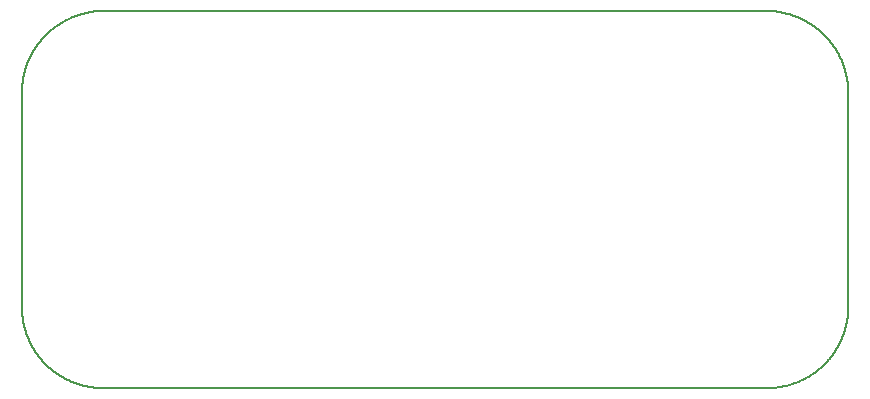
<source format=gm1>
G04 MADE WITH FRITZING*
G04 WWW.FRITZING.ORG*
G04 DOUBLE SIDED*
G04 HOLES PLATED*
G04 CONTOUR ON CENTER OF CONTOUR VECTOR*
%ASAXBY*%
%FSLAX23Y23*%
%MOIN*%
%OFA0B0*%
%SFA1.0B1.0*%
%ADD10C,0.008*%
%LNCONTOUR*%
G90*
G70*
G54D10*
X259Y1260D02*
X260Y1260D01*
X261Y1260D01*
X262Y1260D01*
X263Y1260D01*
X264Y1260D01*
X265Y1260D01*
X266Y1260D01*
X267Y1260D01*
X268Y1260D01*
X269Y1260D01*
X270Y1260D01*
X271Y1260D01*
X272Y1260D01*
X273Y1260D01*
X274Y1260D01*
X275Y1260D01*
X276Y1260D01*
X277Y1260D01*
X278Y1260D01*
X279Y1260D01*
X280Y1260D01*
X281Y1260D01*
X282Y1260D01*
X283Y1260D01*
X284Y1260D01*
X285Y1260D01*
X286Y1260D01*
X287Y1260D01*
X288Y1260D01*
X289Y1260D01*
X290Y1260D01*
X291Y1260D01*
X292Y1260D01*
X293Y1260D01*
X294Y1260D01*
X295Y1260D01*
X296Y1260D01*
X297Y1260D01*
X298Y1260D01*
X299Y1260D01*
X300Y1260D01*
X301Y1260D01*
X302Y1260D01*
X303Y1260D01*
X304Y1260D01*
X305Y1260D01*
X306Y1260D01*
X307Y1260D01*
X308Y1260D01*
X309Y1260D01*
X310Y1260D01*
X311Y1260D01*
X312Y1260D01*
X313Y1260D01*
X314Y1260D01*
X315Y1260D01*
X316Y1260D01*
X317Y1260D01*
X318Y1260D01*
X319Y1260D01*
X320Y1260D01*
X321Y1260D01*
X322Y1260D01*
X323Y1260D01*
X324Y1260D01*
X325Y1260D01*
X326Y1260D01*
X327Y1260D01*
X328Y1260D01*
X329Y1260D01*
X330Y1260D01*
X331Y1260D01*
X332Y1260D01*
X333Y1260D01*
X334Y1260D01*
X335Y1260D01*
X336Y1260D01*
X337Y1260D01*
X338Y1260D01*
X339Y1260D01*
X340Y1260D01*
X341Y1260D01*
X342Y1260D01*
X343Y1260D01*
X344Y1260D01*
X345Y1260D01*
X346Y1260D01*
X347Y1260D01*
X348Y1260D01*
X349Y1260D01*
X350Y1260D01*
X351Y1260D01*
X352Y1260D01*
X353Y1260D01*
X354Y1260D01*
X355Y1260D01*
X356Y1260D01*
X357Y1260D01*
X358Y1260D01*
X359Y1260D01*
X360Y1260D01*
X361Y1260D01*
X362Y1260D01*
X363Y1260D01*
X364Y1260D01*
X365Y1260D01*
X366Y1260D01*
X367Y1260D01*
X368Y1260D01*
X369Y1260D01*
X370Y1260D01*
X371Y1260D01*
X372Y1260D01*
X373Y1260D01*
X374Y1260D01*
X375Y1260D01*
X376Y1260D01*
X377Y1260D01*
X378Y1260D01*
X379Y1260D01*
X380Y1260D01*
X381Y1260D01*
X382Y1260D01*
X383Y1260D01*
X384Y1260D01*
X385Y1260D01*
X386Y1260D01*
X387Y1260D01*
X388Y1260D01*
X389Y1260D01*
X390Y1260D01*
X391Y1260D01*
X392Y1260D01*
X393Y1260D01*
X394Y1260D01*
X395Y1260D01*
X396Y1260D01*
X397Y1260D01*
X398Y1260D01*
X399Y1260D01*
X400Y1260D01*
X401Y1260D01*
X402Y1260D01*
X403Y1260D01*
X404Y1260D01*
X405Y1260D01*
X406Y1260D01*
X407Y1260D01*
X408Y1260D01*
X409Y1260D01*
X410Y1260D01*
X411Y1260D01*
X412Y1260D01*
X413Y1260D01*
X414Y1260D01*
X415Y1260D01*
X416Y1260D01*
X417Y1260D01*
X418Y1260D01*
X419Y1260D01*
X420Y1260D01*
X421Y1260D01*
X422Y1260D01*
X423Y1260D01*
X424Y1260D01*
X425Y1260D01*
X426Y1260D01*
X427Y1260D01*
X428Y1260D01*
X429Y1260D01*
X430Y1260D01*
X431Y1260D01*
X432Y1260D01*
X433Y1260D01*
X434Y1260D01*
X435Y1260D01*
X436Y1260D01*
X437Y1260D01*
X438Y1260D01*
X439Y1260D01*
X440Y1260D01*
X441Y1260D01*
X442Y1260D01*
X443Y1260D01*
X444Y1260D01*
X445Y1260D01*
X446Y1260D01*
X447Y1260D01*
X448Y1260D01*
X449Y1260D01*
X450Y1260D01*
X451Y1260D01*
X452Y1260D01*
X453Y1260D01*
X454Y1260D01*
X455Y1260D01*
X456Y1260D01*
X457Y1260D01*
X458Y1260D01*
X459Y1260D01*
X460Y1260D01*
X461Y1260D01*
X462Y1260D01*
X463Y1260D01*
X464Y1260D01*
X465Y1260D01*
X466Y1260D01*
X467Y1260D01*
X468Y1260D01*
X469Y1260D01*
X470Y1260D01*
X471Y1260D01*
X472Y1260D01*
X473Y1260D01*
X474Y1260D01*
X475Y1260D01*
X476Y1260D01*
X477Y1260D01*
X478Y1260D01*
X479Y1260D01*
X480Y1260D01*
X481Y1260D01*
X482Y1260D01*
X483Y1260D01*
X484Y1260D01*
X485Y1260D01*
X486Y1260D01*
X487Y1260D01*
X488Y1260D01*
X489Y1260D01*
X490Y1260D01*
X491Y1260D01*
X492Y1260D01*
X493Y1260D01*
X494Y1260D01*
X495Y1260D01*
X496Y1260D01*
X497Y1260D01*
X498Y1260D01*
X499Y1260D01*
X500Y1260D01*
X501Y1260D01*
X502Y1260D01*
X503Y1260D01*
X504Y1260D01*
X505Y1260D01*
X506Y1260D01*
X507Y1260D01*
X508Y1260D01*
X509Y1260D01*
X510Y1260D01*
X511Y1260D01*
X512Y1260D01*
X513Y1260D01*
X514Y1260D01*
X515Y1260D01*
X516Y1260D01*
X517Y1260D01*
X518Y1260D01*
X519Y1260D01*
X520Y1260D01*
X521Y1260D01*
X522Y1260D01*
X523Y1260D01*
X524Y1260D01*
X525Y1260D01*
X526Y1260D01*
X527Y1260D01*
X528Y1260D01*
X529Y1260D01*
X530Y1260D01*
X531Y1260D01*
X532Y1260D01*
X533Y1260D01*
X534Y1260D01*
X535Y1260D01*
X536Y1260D01*
X537Y1260D01*
X538Y1260D01*
X539Y1260D01*
X540Y1260D01*
X541Y1260D01*
X542Y1260D01*
X543Y1260D01*
X544Y1260D01*
X545Y1260D01*
X546Y1260D01*
X547Y1260D01*
X548Y1260D01*
X549Y1260D01*
X550Y1260D01*
X551Y1260D01*
X552Y1260D01*
X553Y1260D01*
X554Y1260D01*
X555Y1260D01*
X556Y1260D01*
X557Y1260D01*
X558Y1260D01*
X559Y1260D01*
X560Y1260D01*
X561Y1260D01*
X562Y1260D01*
X563Y1260D01*
X564Y1260D01*
X565Y1260D01*
X566Y1260D01*
X567Y1260D01*
X568Y1260D01*
X569Y1260D01*
X570Y1260D01*
X571Y1260D01*
X572Y1260D01*
X573Y1260D01*
X574Y1260D01*
X575Y1260D01*
X576Y1260D01*
X577Y1260D01*
X578Y1260D01*
X579Y1260D01*
X580Y1260D01*
X581Y1260D01*
X582Y1260D01*
X583Y1260D01*
X584Y1260D01*
X585Y1260D01*
X586Y1260D01*
X587Y1260D01*
X588Y1260D01*
X589Y1260D01*
X590Y1260D01*
X591Y1260D01*
X592Y1260D01*
X593Y1260D01*
X594Y1260D01*
X595Y1260D01*
X596Y1260D01*
X597Y1260D01*
X598Y1260D01*
X599Y1260D01*
X600Y1260D01*
X601Y1260D01*
X602Y1260D01*
X603Y1260D01*
X604Y1260D01*
X605Y1260D01*
X606Y1260D01*
X607Y1260D01*
X608Y1260D01*
X609Y1260D01*
X610Y1260D01*
X611Y1260D01*
X612Y1260D01*
X613Y1260D01*
X614Y1260D01*
X615Y1260D01*
X616Y1260D01*
X617Y1260D01*
X618Y1260D01*
X619Y1260D01*
X620Y1260D01*
X621Y1260D01*
X622Y1260D01*
X623Y1260D01*
X624Y1260D01*
X625Y1260D01*
X626Y1260D01*
X627Y1260D01*
X628Y1260D01*
X629Y1260D01*
X630Y1260D01*
X631Y1260D01*
X632Y1260D01*
X633Y1260D01*
X634Y1260D01*
X635Y1260D01*
X636Y1260D01*
X637Y1260D01*
X638Y1260D01*
X639Y1260D01*
X640Y1260D01*
X641Y1260D01*
X642Y1260D01*
X643Y1260D01*
X644Y1260D01*
X645Y1260D01*
X646Y1260D01*
X647Y1260D01*
X648Y1260D01*
X649Y1260D01*
X650Y1260D01*
X651Y1260D01*
X652Y1260D01*
X653Y1260D01*
X654Y1260D01*
X655Y1260D01*
X656Y1260D01*
X657Y1260D01*
X658Y1260D01*
X659Y1260D01*
X660Y1260D01*
X661Y1260D01*
X662Y1260D01*
X663Y1260D01*
X664Y1260D01*
X665Y1260D01*
X666Y1260D01*
X667Y1260D01*
X668Y1260D01*
X669Y1260D01*
X670Y1260D01*
X671Y1260D01*
X672Y1260D01*
X673Y1260D01*
X674Y1260D01*
X675Y1260D01*
X676Y1260D01*
X677Y1260D01*
X678Y1260D01*
X679Y1260D01*
X680Y1260D01*
X681Y1260D01*
X682Y1260D01*
X683Y1260D01*
X684Y1260D01*
X685Y1260D01*
X686Y1260D01*
X687Y1260D01*
X688Y1260D01*
X689Y1260D01*
X690Y1260D01*
X691Y1260D01*
X692Y1260D01*
X693Y1260D01*
X694Y1260D01*
X695Y1260D01*
X696Y1260D01*
X697Y1260D01*
X698Y1260D01*
X699Y1260D01*
X700Y1260D01*
X701Y1260D01*
X702Y1260D01*
X703Y1260D01*
X704Y1260D01*
X705Y1260D01*
X706Y1260D01*
X707Y1260D01*
X708Y1260D01*
X709Y1260D01*
X710Y1260D01*
X711Y1260D01*
X712Y1260D01*
X713Y1260D01*
X714Y1260D01*
X715Y1260D01*
X716Y1260D01*
X717Y1260D01*
X718Y1260D01*
X719Y1260D01*
X720Y1260D01*
X721Y1260D01*
X722Y1260D01*
X723Y1260D01*
X724Y1260D01*
X725Y1260D01*
X726Y1260D01*
X727Y1260D01*
X728Y1260D01*
X729Y1260D01*
X730Y1260D01*
X731Y1260D01*
X732Y1260D01*
X733Y1260D01*
X734Y1260D01*
X735Y1260D01*
X736Y1260D01*
X737Y1260D01*
X738Y1260D01*
X739Y1260D01*
X740Y1260D01*
X741Y1260D01*
X742Y1260D01*
X743Y1260D01*
X744Y1260D01*
X745Y1260D01*
X746Y1260D01*
X747Y1260D01*
X748Y1260D01*
X749Y1260D01*
X750Y1260D01*
X751Y1260D01*
X752Y1260D01*
X753Y1260D01*
X754Y1260D01*
X755Y1260D01*
X756Y1260D01*
X757Y1260D01*
X758Y1260D01*
X759Y1260D01*
X760Y1260D01*
X761Y1260D01*
X762Y1260D01*
X763Y1260D01*
X764Y1260D01*
X765Y1260D01*
X766Y1260D01*
X767Y1260D01*
X768Y1260D01*
X769Y1260D01*
X770Y1260D01*
X771Y1260D01*
X772Y1260D01*
X773Y1260D01*
X774Y1260D01*
X775Y1260D01*
X776Y1260D01*
X777Y1260D01*
X778Y1260D01*
X779Y1260D01*
X780Y1260D01*
X781Y1260D01*
X782Y1260D01*
X783Y1260D01*
X784Y1260D01*
X785Y1260D01*
X786Y1260D01*
X787Y1260D01*
X788Y1260D01*
X789Y1260D01*
X790Y1260D01*
X791Y1260D01*
X792Y1260D01*
X793Y1260D01*
X794Y1260D01*
X795Y1260D01*
X796Y1260D01*
X797Y1260D01*
X798Y1260D01*
X799Y1260D01*
X800Y1260D01*
X801Y1260D01*
X802Y1260D01*
X803Y1260D01*
X804Y1260D01*
X805Y1260D01*
X806Y1260D01*
X807Y1260D01*
X808Y1260D01*
X809Y1260D01*
X810Y1260D01*
X811Y1260D01*
X812Y1260D01*
X813Y1260D01*
X814Y1260D01*
X815Y1260D01*
X816Y1260D01*
X817Y1260D01*
X818Y1260D01*
X819Y1260D01*
X820Y1260D01*
X821Y1260D01*
X822Y1260D01*
X823Y1260D01*
X824Y1260D01*
X825Y1260D01*
X826Y1260D01*
X827Y1260D01*
X828Y1260D01*
X829Y1260D01*
X830Y1260D01*
X831Y1260D01*
X832Y1260D01*
X833Y1260D01*
X834Y1260D01*
X835Y1260D01*
X836Y1260D01*
X837Y1260D01*
X838Y1260D01*
X839Y1260D01*
X840Y1260D01*
X841Y1260D01*
X842Y1260D01*
X843Y1260D01*
X844Y1260D01*
X845Y1260D01*
X846Y1260D01*
X847Y1260D01*
X848Y1260D01*
X849Y1260D01*
X850Y1260D01*
X851Y1260D01*
X852Y1260D01*
X853Y1260D01*
X854Y1260D01*
X855Y1260D01*
X856Y1260D01*
X857Y1260D01*
X858Y1260D01*
X859Y1260D01*
X860Y1260D01*
X861Y1260D01*
X862Y1260D01*
X863Y1260D01*
X864Y1260D01*
X865Y1260D01*
X866Y1260D01*
X867Y1260D01*
X868Y1260D01*
X869Y1260D01*
X870Y1260D01*
X871Y1260D01*
X872Y1260D01*
X873Y1260D01*
X874Y1260D01*
X875Y1260D01*
X876Y1260D01*
X877Y1260D01*
X878Y1260D01*
X879Y1260D01*
X880Y1260D01*
X881Y1260D01*
X882Y1260D01*
X883Y1260D01*
X884Y1260D01*
X885Y1260D01*
X886Y1260D01*
X887Y1260D01*
X888Y1260D01*
X889Y1260D01*
X890Y1260D01*
X891Y1260D01*
X892Y1260D01*
X893Y1260D01*
X894Y1260D01*
X895Y1260D01*
X896Y1260D01*
X897Y1260D01*
X898Y1260D01*
X899Y1260D01*
X900Y1260D01*
X901Y1260D01*
X902Y1260D01*
X903Y1260D01*
X904Y1260D01*
X905Y1260D01*
X906Y1260D01*
X907Y1260D01*
X908Y1260D01*
X909Y1260D01*
X910Y1260D01*
X911Y1260D01*
X912Y1260D01*
X913Y1260D01*
X914Y1260D01*
X915Y1260D01*
X916Y1260D01*
X917Y1260D01*
X918Y1260D01*
X919Y1260D01*
X920Y1260D01*
X921Y1260D01*
X922Y1260D01*
X923Y1260D01*
X924Y1260D01*
X925Y1260D01*
X926Y1260D01*
X927Y1260D01*
X928Y1260D01*
X929Y1260D01*
X930Y1260D01*
X931Y1260D01*
X932Y1260D01*
X933Y1260D01*
X934Y1260D01*
X935Y1260D01*
X936Y1260D01*
X937Y1260D01*
X938Y1260D01*
X939Y1260D01*
X940Y1260D01*
X941Y1260D01*
X942Y1260D01*
X943Y1260D01*
X944Y1260D01*
X945Y1260D01*
X946Y1260D01*
X947Y1260D01*
X948Y1260D01*
X949Y1260D01*
X950Y1260D01*
X951Y1260D01*
X952Y1260D01*
X953Y1260D01*
X954Y1260D01*
X955Y1260D01*
X956Y1260D01*
X957Y1260D01*
X958Y1260D01*
X959Y1260D01*
X960Y1260D01*
X961Y1260D01*
X962Y1260D01*
X963Y1260D01*
X964Y1260D01*
X965Y1260D01*
X966Y1260D01*
X967Y1260D01*
X968Y1260D01*
X969Y1260D01*
X970Y1260D01*
X971Y1260D01*
X972Y1260D01*
X973Y1260D01*
X974Y1260D01*
X975Y1260D01*
X976Y1260D01*
X977Y1260D01*
X978Y1260D01*
X979Y1260D01*
X980Y1260D01*
X981Y1260D01*
X982Y1260D01*
X983Y1260D01*
X984Y1260D01*
X985Y1260D01*
X986Y1260D01*
X987Y1260D01*
X988Y1260D01*
X989Y1260D01*
X990Y1260D01*
X991Y1260D01*
X992Y1260D01*
X993Y1260D01*
X994Y1260D01*
X995Y1260D01*
X996Y1260D01*
X997Y1260D01*
X998Y1260D01*
X999Y1260D01*
X1000Y1260D01*
X1001Y1260D01*
X1002Y1260D01*
X1003Y1260D01*
X1004Y1260D01*
X1005Y1260D01*
X1006Y1260D01*
X1007Y1260D01*
X1008Y1260D01*
X1009Y1260D01*
X1010Y1260D01*
X1011Y1260D01*
X1012Y1260D01*
X1013Y1260D01*
X1014Y1260D01*
X1015Y1260D01*
X1016Y1260D01*
X1017Y1260D01*
X1018Y1260D01*
X1019Y1260D01*
X1020Y1260D01*
X1021Y1260D01*
X1022Y1260D01*
X1023Y1260D01*
X1024Y1260D01*
X1025Y1260D01*
X1026Y1260D01*
X1027Y1260D01*
X1028Y1260D01*
X1029Y1260D01*
X1030Y1260D01*
X1031Y1260D01*
X1032Y1260D01*
X1033Y1260D01*
X1034Y1260D01*
X1035Y1260D01*
X1036Y1260D01*
X1037Y1260D01*
X1038Y1260D01*
X1039Y1260D01*
X1040Y1260D01*
X1041Y1260D01*
X1042Y1260D01*
X1043Y1260D01*
X1044Y1260D01*
X1045Y1260D01*
X1046Y1260D01*
X1047Y1260D01*
X1048Y1260D01*
X1049Y1260D01*
X1050Y1260D01*
X1051Y1260D01*
X1052Y1260D01*
X1053Y1260D01*
X1054Y1260D01*
X1055Y1260D01*
X1056Y1260D01*
X1057Y1260D01*
X1058Y1260D01*
X1059Y1260D01*
X1060Y1260D01*
X1061Y1260D01*
X1062Y1260D01*
X1063Y1260D01*
X1064Y1260D01*
X1065Y1260D01*
X1066Y1260D01*
X1067Y1260D01*
X1068Y1260D01*
X1069Y1260D01*
X1070Y1260D01*
X1071Y1260D01*
X1072Y1260D01*
X1073Y1260D01*
X1074Y1260D01*
X1075Y1260D01*
X1076Y1260D01*
X1077Y1260D01*
X1078Y1260D01*
X1079Y1260D01*
X1080Y1260D01*
X1081Y1260D01*
X1082Y1260D01*
X1083Y1260D01*
X1084Y1260D01*
X1085Y1260D01*
X1086Y1260D01*
X1087Y1260D01*
X1088Y1260D01*
X1089Y1260D01*
X1090Y1260D01*
X1091Y1260D01*
X1092Y1260D01*
X1093Y1260D01*
X1094Y1260D01*
X1095Y1260D01*
X1096Y1260D01*
X1097Y1260D01*
X1098Y1260D01*
X1099Y1260D01*
X1100Y1260D01*
X1101Y1260D01*
X1102Y1260D01*
X1103Y1260D01*
X1104Y1260D01*
X1105Y1260D01*
X1106Y1260D01*
X1107Y1260D01*
X1108Y1260D01*
X1109Y1260D01*
X1110Y1260D01*
X1111Y1260D01*
X1112Y1260D01*
X1113Y1260D01*
X1114Y1260D01*
X1115Y1260D01*
X1116Y1260D01*
X1117Y1260D01*
X1118Y1260D01*
X1119Y1260D01*
X1120Y1260D01*
X1121Y1260D01*
X1122Y1260D01*
X1123Y1260D01*
X1124Y1260D01*
X1125Y1260D01*
X1126Y1260D01*
X1127Y1260D01*
X1128Y1260D01*
X1129Y1260D01*
X1130Y1260D01*
X1131Y1260D01*
X1132Y1260D01*
X1133Y1260D01*
X1134Y1260D01*
X1135Y1260D01*
X1136Y1260D01*
X1137Y1260D01*
X1138Y1260D01*
X1139Y1260D01*
X1140Y1260D01*
X1141Y1260D01*
X1142Y1260D01*
X1143Y1260D01*
X1144Y1260D01*
X1145Y1260D01*
X1146Y1260D01*
X1147Y1260D01*
X1148Y1260D01*
X1149Y1260D01*
X1150Y1260D01*
X1151Y1260D01*
X1152Y1260D01*
X1153Y1260D01*
X1154Y1260D01*
X1155Y1260D01*
X1156Y1260D01*
X1157Y1260D01*
X1158Y1260D01*
X1159Y1260D01*
X1160Y1260D01*
X1161Y1260D01*
X1162Y1260D01*
X1163Y1260D01*
X1164Y1260D01*
X1165Y1260D01*
X1166Y1260D01*
X1167Y1260D01*
X1168Y1260D01*
X1169Y1260D01*
X1170Y1260D01*
X1171Y1260D01*
X1172Y1260D01*
X1173Y1260D01*
X1174Y1260D01*
X1175Y1260D01*
X1176Y1260D01*
X1177Y1260D01*
X1178Y1260D01*
X1179Y1260D01*
X1180Y1260D01*
X1181Y1260D01*
X1182Y1260D01*
X1183Y1260D01*
X1184Y1260D01*
X1185Y1260D01*
X1186Y1260D01*
X1187Y1260D01*
X1188Y1260D01*
X1189Y1260D01*
X1190Y1260D01*
X1191Y1260D01*
X1192Y1260D01*
X1193Y1260D01*
X1194Y1260D01*
X1195Y1260D01*
X1196Y1260D01*
X1197Y1260D01*
X1198Y1260D01*
X1199Y1260D01*
X1200Y1260D01*
X1201Y1260D01*
X1202Y1260D01*
X1203Y1260D01*
X1204Y1260D01*
X1205Y1260D01*
X1206Y1260D01*
X1207Y1260D01*
X1208Y1260D01*
X1209Y1260D01*
X1210Y1260D01*
X1211Y1260D01*
X1212Y1260D01*
X1213Y1260D01*
X1214Y1260D01*
X1215Y1260D01*
X1216Y1260D01*
X1217Y1260D01*
X1218Y1260D01*
X1219Y1260D01*
X1220Y1260D01*
X1221Y1260D01*
X1222Y1260D01*
X1223Y1260D01*
X1224Y1260D01*
X1225Y1260D01*
X1226Y1260D01*
X1227Y1260D01*
X1228Y1260D01*
X1229Y1260D01*
X1230Y1260D01*
X1231Y1260D01*
X1232Y1260D01*
X1233Y1260D01*
X1234Y1260D01*
X1235Y1260D01*
X1236Y1260D01*
X1237Y1260D01*
X1238Y1260D01*
X1239Y1260D01*
X1240Y1260D01*
X1241Y1260D01*
X1242Y1260D01*
X1243Y1260D01*
X1244Y1260D01*
X1245Y1260D01*
X1246Y1260D01*
X1247Y1260D01*
X1248Y1260D01*
X1249Y1260D01*
X1250Y1260D01*
X1251Y1260D01*
X1252Y1260D01*
X1253Y1260D01*
X1254Y1260D01*
X1255Y1260D01*
X1256Y1260D01*
X1257Y1260D01*
X1258Y1260D01*
X1259Y1260D01*
X1260Y1260D01*
X1261Y1260D01*
X1262Y1260D01*
X1263Y1260D01*
X1264Y1260D01*
X1265Y1260D01*
X1266Y1260D01*
X1267Y1260D01*
X1268Y1260D01*
X1269Y1260D01*
X1270Y1260D01*
X1271Y1260D01*
X1272Y1260D01*
X1273Y1260D01*
X1274Y1260D01*
X1275Y1260D01*
X1276Y1260D01*
X1277Y1260D01*
X1278Y1260D01*
X1279Y1260D01*
X1280Y1260D01*
X1281Y1260D01*
X1282Y1260D01*
X1283Y1260D01*
X1284Y1260D01*
X1285Y1260D01*
X1286Y1260D01*
X1287Y1260D01*
X1288Y1260D01*
X1289Y1260D01*
X1290Y1260D01*
X1291Y1260D01*
X1292Y1260D01*
X1293Y1260D01*
X1294Y1260D01*
X1295Y1260D01*
X1296Y1260D01*
X1297Y1260D01*
X1298Y1260D01*
X1299Y1260D01*
X1300Y1260D01*
X1301Y1260D01*
X1302Y1260D01*
X1303Y1260D01*
X1304Y1260D01*
X1305Y1260D01*
X1306Y1260D01*
X1307Y1260D01*
X1308Y1260D01*
X1309Y1260D01*
X1310Y1260D01*
X1311Y1260D01*
X1312Y1260D01*
X1313Y1260D01*
X1314Y1260D01*
X1315Y1260D01*
X1316Y1260D01*
X1317Y1260D01*
X1318Y1260D01*
X1319Y1260D01*
X1320Y1260D01*
X1321Y1260D01*
X1322Y1260D01*
X1323Y1260D01*
X1324Y1260D01*
X1325Y1260D01*
X1326Y1260D01*
X1327Y1260D01*
X1328Y1260D01*
X1329Y1260D01*
X1330Y1260D01*
X1331Y1260D01*
X1332Y1260D01*
X1333Y1260D01*
X1334Y1260D01*
X1335Y1260D01*
X1336Y1260D01*
X1337Y1260D01*
X1338Y1260D01*
X1339Y1260D01*
X1340Y1260D01*
X1341Y1260D01*
X1342Y1260D01*
X1343Y1260D01*
X1344Y1260D01*
X1345Y1260D01*
X1346Y1260D01*
X1347Y1260D01*
X1348Y1260D01*
X1349Y1260D01*
X1350Y1260D01*
X1351Y1260D01*
X1352Y1260D01*
X1353Y1260D01*
X1354Y1260D01*
X1355Y1260D01*
X1356Y1260D01*
X1357Y1260D01*
X1358Y1260D01*
X1359Y1260D01*
X1360Y1260D01*
X1361Y1260D01*
X1362Y1260D01*
X1363Y1260D01*
X1364Y1260D01*
X1365Y1260D01*
X1366Y1260D01*
X1367Y1260D01*
X1368Y1260D01*
X1369Y1260D01*
X1370Y1260D01*
X1371Y1260D01*
X1372Y1260D01*
X1373Y1260D01*
X1374Y1260D01*
X1375Y1260D01*
X1376Y1260D01*
X1377Y1260D01*
X1378Y1260D01*
X1379Y1260D01*
X1380Y1260D01*
X1381Y1260D01*
X1382Y1260D01*
X1383Y1260D01*
X1384Y1260D01*
X1385Y1260D01*
X1386Y1260D01*
X1387Y1260D01*
X1388Y1260D01*
X1389Y1260D01*
X1390Y1260D01*
X1391Y1260D01*
X1392Y1260D01*
X1393Y1260D01*
X1394Y1260D01*
X1395Y1260D01*
X1396Y1260D01*
X1397Y1260D01*
X1398Y1260D01*
X1399Y1260D01*
X1400Y1260D01*
X1401Y1260D01*
X1402Y1260D01*
X1403Y1260D01*
X1404Y1260D01*
X1405Y1260D01*
X1406Y1260D01*
X1407Y1260D01*
X1408Y1260D01*
X1409Y1260D01*
X1410Y1260D01*
X1411Y1260D01*
X1412Y1260D01*
X1413Y1260D01*
X1414Y1260D01*
X1415Y1260D01*
X1416Y1260D01*
X1417Y1260D01*
X1418Y1260D01*
X1419Y1260D01*
X1420Y1260D01*
X1421Y1260D01*
X1422Y1260D01*
X1423Y1260D01*
X1424Y1260D01*
X1425Y1260D01*
X1426Y1260D01*
X1427Y1260D01*
X1428Y1260D01*
X1429Y1260D01*
X1430Y1260D01*
X1431Y1260D01*
X1432Y1260D01*
X1433Y1260D01*
X1434Y1260D01*
X1435Y1260D01*
X1436Y1260D01*
X1437Y1260D01*
X1438Y1260D01*
X1439Y1260D01*
X1440Y1260D01*
X1441Y1260D01*
X1442Y1260D01*
X1443Y1260D01*
X1444Y1260D01*
X1445Y1260D01*
X1446Y1260D01*
X1447Y1260D01*
X1448Y1260D01*
X1449Y1260D01*
X1450Y1260D01*
X1451Y1260D01*
X1452Y1260D01*
X1453Y1260D01*
X1454Y1260D01*
X1455Y1260D01*
X1456Y1260D01*
X1457Y1260D01*
X1458Y1260D01*
X1459Y1260D01*
X1460Y1260D01*
X1461Y1260D01*
X1462Y1260D01*
X1463Y1260D01*
X1464Y1260D01*
X1465Y1260D01*
X1466Y1260D01*
X1467Y1260D01*
X1468Y1260D01*
X1469Y1260D01*
X1470Y1260D01*
X1471Y1260D01*
X1472Y1260D01*
X1473Y1260D01*
X1474Y1260D01*
X1475Y1260D01*
X1476Y1260D01*
X1477Y1260D01*
X1478Y1260D01*
X1479Y1260D01*
X1480Y1260D01*
X1481Y1260D01*
X1482Y1260D01*
X1483Y1260D01*
X1484Y1260D01*
X1485Y1260D01*
X1486Y1260D01*
X1487Y1260D01*
X1488Y1260D01*
X1489Y1260D01*
X1490Y1260D01*
X1491Y1260D01*
X1492Y1260D01*
X1493Y1260D01*
X1494Y1260D01*
X1495Y1260D01*
X1496Y1260D01*
X1497Y1260D01*
X1498Y1260D01*
X1499Y1260D01*
X1500Y1260D01*
X1501Y1260D01*
X1502Y1260D01*
X1503Y1260D01*
X1504Y1260D01*
X1505Y1260D01*
X1506Y1260D01*
X1507Y1260D01*
X1508Y1260D01*
X1509Y1260D01*
X1510Y1260D01*
X1511Y1260D01*
X1512Y1260D01*
X1513Y1260D01*
X1514Y1260D01*
X1515Y1260D01*
X1516Y1260D01*
X1517Y1260D01*
X1518Y1260D01*
X1519Y1260D01*
X1520Y1260D01*
X1521Y1260D01*
X1522Y1260D01*
X1523Y1260D01*
X1524Y1260D01*
X1525Y1260D01*
X1526Y1260D01*
X1527Y1260D01*
X1528Y1260D01*
X1529Y1260D01*
X1530Y1260D01*
X1531Y1260D01*
X1532Y1260D01*
X1533Y1260D01*
X1534Y1260D01*
X1535Y1260D01*
X1536Y1260D01*
X1537Y1260D01*
X1538Y1260D01*
X1539Y1260D01*
X1540Y1260D01*
X1541Y1260D01*
X1542Y1260D01*
X1543Y1260D01*
X1544Y1260D01*
X1545Y1260D01*
X1546Y1260D01*
X1547Y1260D01*
X1548Y1260D01*
X1549Y1260D01*
X1550Y1260D01*
X1551Y1260D01*
X1552Y1260D01*
X1553Y1260D01*
X1554Y1260D01*
X1555Y1260D01*
X1556Y1260D01*
X1557Y1260D01*
X1558Y1260D01*
X1559Y1260D01*
X1560Y1260D01*
X1561Y1260D01*
X1562Y1260D01*
X1563Y1260D01*
X1564Y1260D01*
X1565Y1260D01*
X1566Y1260D01*
X1567Y1260D01*
X1568Y1260D01*
X1569Y1260D01*
X1570Y1260D01*
X1571Y1260D01*
X1572Y1260D01*
X1573Y1260D01*
X1574Y1260D01*
X1575Y1260D01*
X1576Y1260D01*
X1577Y1260D01*
X1578Y1260D01*
X1579Y1260D01*
X1580Y1260D01*
X1581Y1260D01*
X1582Y1260D01*
X1583Y1260D01*
X1584Y1260D01*
X1585Y1260D01*
X1586Y1260D01*
X1587Y1260D01*
X1588Y1260D01*
X1589Y1260D01*
X1590Y1260D01*
X1591Y1260D01*
X1592Y1260D01*
X1593Y1260D01*
X1594Y1260D01*
X1595Y1260D01*
X1596Y1260D01*
X1597Y1260D01*
X1598Y1260D01*
X1599Y1260D01*
X1600Y1260D01*
X1601Y1260D01*
X1602Y1260D01*
X1603Y1260D01*
X1604Y1260D01*
X1605Y1260D01*
X1606Y1260D01*
X1607Y1260D01*
X1608Y1260D01*
X1609Y1260D01*
X1610Y1260D01*
X1611Y1260D01*
X1612Y1260D01*
X1613Y1260D01*
X1614Y1260D01*
X1615Y1260D01*
X1616Y1260D01*
X1617Y1260D01*
X1618Y1260D01*
X1619Y1260D01*
X1620Y1260D01*
X1621Y1260D01*
X1622Y1260D01*
X1623Y1260D01*
X1624Y1260D01*
X1625Y1260D01*
X1626Y1260D01*
X1627Y1260D01*
X1628Y1260D01*
X1629Y1260D01*
X1630Y1260D01*
X1631Y1260D01*
X1632Y1260D01*
X1633Y1260D01*
X1634Y1260D01*
X1635Y1260D01*
X1636Y1260D01*
X1637Y1260D01*
X1638Y1260D01*
X1639Y1260D01*
X1640Y1260D01*
X1641Y1260D01*
X1642Y1260D01*
X1643Y1260D01*
X1644Y1260D01*
X1645Y1260D01*
X1646Y1260D01*
X1647Y1260D01*
X1648Y1260D01*
X1649Y1260D01*
X1650Y1260D01*
X1651Y1260D01*
X1652Y1260D01*
X1653Y1260D01*
X1654Y1260D01*
X1655Y1260D01*
X1656Y1260D01*
X1657Y1260D01*
X1658Y1260D01*
X1659Y1260D01*
X1660Y1260D01*
X1661Y1260D01*
X1662Y1260D01*
X1663Y1260D01*
X1664Y1260D01*
X1665Y1260D01*
X1666Y1260D01*
X1667Y1260D01*
X1668Y1260D01*
X1669Y1260D01*
X1670Y1260D01*
X1671Y1260D01*
X1672Y1260D01*
X1673Y1260D01*
X1674Y1260D01*
X1675Y1260D01*
X1676Y1260D01*
X1677Y1260D01*
X1678Y1260D01*
X1679Y1260D01*
X1680Y1260D01*
X1681Y1260D01*
X1682Y1260D01*
X1683Y1260D01*
X1684Y1260D01*
X1685Y1260D01*
X1686Y1260D01*
X1687Y1260D01*
X1688Y1260D01*
X1689Y1260D01*
X1690Y1260D01*
X1691Y1260D01*
X1692Y1260D01*
X1693Y1260D01*
X1694Y1260D01*
X1695Y1260D01*
X1696Y1260D01*
X1697Y1260D01*
X1698Y1260D01*
X1699Y1260D01*
X1700Y1260D01*
X1701Y1260D01*
X1702Y1260D01*
X1703Y1260D01*
X1704Y1260D01*
X1705Y1260D01*
X1706Y1260D01*
X1707Y1260D01*
X1708Y1260D01*
X1709Y1260D01*
X1710Y1260D01*
X1711Y1260D01*
X1712Y1260D01*
X1713Y1260D01*
X1714Y1260D01*
X1715Y1260D01*
X1716Y1260D01*
X1717Y1260D01*
X1718Y1260D01*
X1719Y1260D01*
X1720Y1260D01*
X1721Y1260D01*
X1722Y1260D01*
X1723Y1260D01*
X1724Y1260D01*
X1725Y1260D01*
X1726Y1260D01*
X1727Y1260D01*
X1728Y1260D01*
X1729Y1260D01*
X1730Y1260D01*
X1731Y1260D01*
X1732Y1260D01*
X1733Y1260D01*
X1734Y1260D01*
X1735Y1260D01*
X1736Y1260D01*
X1737Y1260D01*
X1738Y1260D01*
X1739Y1260D01*
X1740Y1260D01*
X1741Y1260D01*
X1742Y1260D01*
X1743Y1260D01*
X1744Y1260D01*
X1745Y1260D01*
X1746Y1260D01*
X1747Y1260D01*
X1748Y1260D01*
X1749Y1260D01*
X1750Y1260D01*
X1751Y1260D01*
X1752Y1260D01*
X1753Y1260D01*
X1754Y1260D01*
X1755Y1260D01*
X1756Y1260D01*
X1757Y1260D01*
X1758Y1260D01*
X1759Y1260D01*
X1760Y1260D01*
X1761Y1260D01*
X1762Y1260D01*
X1763Y1260D01*
X1764Y1260D01*
X1765Y1260D01*
X1766Y1260D01*
X1767Y1260D01*
X1768Y1260D01*
X1769Y1260D01*
X1770Y1260D01*
X1771Y1260D01*
X1772Y1260D01*
X1773Y1260D01*
X1774Y1260D01*
X1775Y1260D01*
X1776Y1260D01*
X1777Y1260D01*
X1778Y1260D01*
X1779Y1260D01*
X1780Y1260D01*
X1781Y1260D01*
X1782Y1260D01*
X1783Y1260D01*
X1784Y1260D01*
X1785Y1260D01*
X1786Y1260D01*
X1787Y1260D01*
X1788Y1260D01*
X1789Y1260D01*
X1790Y1260D01*
X1791Y1260D01*
X1792Y1260D01*
X1793Y1260D01*
X1794Y1260D01*
X1795Y1260D01*
X1796Y1260D01*
X1797Y1260D01*
X1798Y1260D01*
X1799Y1260D01*
X1800Y1260D01*
X1801Y1260D01*
X1802Y1260D01*
X1803Y1260D01*
X1804Y1260D01*
X1805Y1260D01*
X1806Y1260D01*
X1807Y1260D01*
X1808Y1260D01*
X1809Y1260D01*
X1810Y1260D01*
X1811Y1260D01*
X1812Y1260D01*
X1813Y1260D01*
X1814Y1260D01*
X1815Y1260D01*
X1816Y1260D01*
X1817Y1260D01*
X1818Y1260D01*
X1819Y1260D01*
X1820Y1260D01*
X1821Y1260D01*
X1822Y1260D01*
X1823Y1260D01*
X1824Y1260D01*
X1825Y1260D01*
X1826Y1260D01*
X1827Y1260D01*
X1828Y1260D01*
X1829Y1260D01*
X1830Y1260D01*
X1831Y1260D01*
X1832Y1260D01*
X1833Y1260D01*
X1834Y1260D01*
X1835Y1260D01*
X1836Y1260D01*
X1837Y1260D01*
X1838Y1260D01*
X1839Y1260D01*
X1840Y1260D01*
X1841Y1260D01*
X1842Y1260D01*
X1843Y1260D01*
X1844Y1260D01*
X1845Y1260D01*
X1846Y1260D01*
X1847Y1260D01*
X1848Y1260D01*
X1849Y1260D01*
X1850Y1260D01*
X1851Y1260D01*
X1852Y1260D01*
X1853Y1260D01*
X1854Y1260D01*
X1855Y1260D01*
X1856Y1260D01*
X1857Y1260D01*
X1858Y1260D01*
X1859Y1260D01*
X1860Y1260D01*
X1861Y1260D01*
X1862Y1260D01*
X1863Y1260D01*
X1864Y1260D01*
X1865Y1260D01*
X1866Y1260D01*
X1867Y1260D01*
X1868Y1260D01*
X1869Y1260D01*
X1870Y1260D01*
X1871Y1260D01*
X1872Y1260D01*
X1873Y1260D01*
X1874Y1260D01*
X1875Y1260D01*
X1876Y1260D01*
X1877Y1260D01*
X1878Y1260D01*
X1879Y1260D01*
X1880Y1260D01*
X1881Y1260D01*
X1882Y1260D01*
X1883Y1260D01*
X1884Y1260D01*
X1885Y1260D01*
X1886Y1260D01*
X1887Y1260D01*
X1888Y1260D01*
X1889Y1260D01*
X1890Y1260D01*
X1891Y1260D01*
X1892Y1260D01*
X1893Y1260D01*
X1894Y1260D01*
X1895Y1260D01*
X1896Y1260D01*
X1897Y1260D01*
X1898Y1260D01*
X1899Y1260D01*
X1900Y1260D01*
X1901Y1260D01*
X1902Y1260D01*
X1903Y1260D01*
X1904Y1260D01*
X1905Y1260D01*
X1906Y1260D01*
X1907Y1260D01*
X1908Y1260D01*
X1909Y1260D01*
X1910Y1260D01*
X1911Y1260D01*
X1912Y1260D01*
X1913Y1260D01*
X1914Y1260D01*
X1915Y1260D01*
X1916Y1260D01*
X1917Y1260D01*
X1918Y1260D01*
X1919Y1260D01*
X1920Y1260D01*
X1921Y1260D01*
X1922Y1260D01*
X1923Y1260D01*
X1924Y1260D01*
X1925Y1260D01*
X1926Y1260D01*
X1927Y1260D01*
X1928Y1260D01*
X1929Y1260D01*
X1930Y1260D01*
X1931Y1260D01*
X1932Y1260D01*
X1933Y1260D01*
X1934Y1260D01*
X1935Y1260D01*
X1936Y1260D01*
X1937Y1260D01*
X1938Y1260D01*
X1939Y1260D01*
X1940Y1260D01*
X1941Y1260D01*
X1942Y1260D01*
X1943Y1260D01*
X1944Y1260D01*
X1945Y1260D01*
X1946Y1260D01*
X1947Y1260D01*
X1948Y1260D01*
X1949Y1260D01*
X1950Y1260D01*
X1951Y1260D01*
X1952Y1260D01*
X1953Y1260D01*
X1954Y1260D01*
X1955Y1260D01*
X1956Y1260D01*
X1957Y1260D01*
X1958Y1260D01*
X1959Y1260D01*
X1960Y1260D01*
X1961Y1260D01*
X1962Y1260D01*
X1963Y1260D01*
X1964Y1260D01*
X1965Y1260D01*
X1966Y1260D01*
X1967Y1260D01*
X1968Y1260D01*
X1969Y1260D01*
X1970Y1260D01*
X1971Y1260D01*
X1972Y1260D01*
X1973Y1260D01*
X1974Y1260D01*
X1975Y1260D01*
X1976Y1260D01*
X1977Y1260D01*
X1978Y1260D01*
X1979Y1260D01*
X1980Y1260D01*
X1981Y1260D01*
X1982Y1260D01*
X1983Y1260D01*
X1984Y1260D01*
X1985Y1260D01*
X1986Y1260D01*
X1987Y1260D01*
X1988Y1260D01*
X1989Y1260D01*
X1990Y1260D01*
X1991Y1260D01*
X1992Y1260D01*
X1993Y1260D01*
X1994Y1260D01*
X1995Y1260D01*
X1996Y1260D01*
X1997Y1260D01*
X1998Y1260D01*
X1999Y1260D01*
X2000Y1260D01*
X2001Y1260D01*
X2002Y1260D01*
X2003Y1260D01*
X2004Y1260D01*
X2005Y1260D01*
X2006Y1260D01*
X2007Y1260D01*
X2008Y1260D01*
X2009Y1260D01*
X2010Y1260D01*
X2011Y1260D01*
X2012Y1260D01*
X2013Y1260D01*
X2014Y1260D01*
X2015Y1260D01*
X2016Y1260D01*
X2017Y1260D01*
X2018Y1260D01*
X2019Y1260D01*
X2020Y1260D01*
X2021Y1260D01*
X2022Y1260D01*
X2023Y1260D01*
X2024Y1260D01*
X2025Y1260D01*
X2026Y1260D01*
X2027Y1260D01*
X2028Y1260D01*
X2029Y1260D01*
X2030Y1260D01*
X2031Y1260D01*
X2032Y1260D01*
X2033Y1260D01*
X2034Y1260D01*
X2035Y1260D01*
X2036Y1260D01*
X2037Y1260D01*
X2038Y1260D01*
X2039Y1260D01*
X2040Y1260D01*
X2041Y1260D01*
X2042Y1260D01*
X2043Y1260D01*
X2044Y1260D01*
X2045Y1260D01*
X2046Y1260D01*
X2047Y1260D01*
X2048Y1260D01*
X2049Y1260D01*
X2050Y1260D01*
X2051Y1260D01*
X2052Y1260D01*
X2053Y1260D01*
X2054Y1260D01*
X2055Y1260D01*
X2056Y1260D01*
X2057Y1260D01*
X2058Y1260D01*
X2059Y1260D01*
X2060Y1260D01*
X2061Y1260D01*
X2062Y1260D01*
X2063Y1260D01*
X2064Y1260D01*
X2065Y1260D01*
X2066Y1260D01*
X2067Y1260D01*
X2068Y1260D01*
X2069Y1260D01*
X2070Y1260D01*
X2071Y1260D01*
X2072Y1260D01*
X2073Y1260D01*
X2074Y1260D01*
X2075Y1260D01*
X2076Y1260D01*
X2077Y1260D01*
X2078Y1260D01*
X2079Y1260D01*
X2080Y1260D01*
X2081Y1260D01*
X2082Y1260D01*
X2083Y1260D01*
X2084Y1260D01*
X2085Y1260D01*
X2086Y1260D01*
X2087Y1260D01*
X2088Y1260D01*
X2089Y1260D01*
X2090Y1260D01*
X2091Y1260D01*
X2092Y1260D01*
X2093Y1260D01*
X2094Y1260D01*
X2095Y1260D01*
X2096Y1260D01*
X2097Y1260D01*
X2098Y1260D01*
X2099Y1260D01*
X2100Y1260D01*
X2101Y1260D01*
X2102Y1260D01*
X2103Y1260D01*
X2104Y1260D01*
X2105Y1260D01*
X2106Y1260D01*
X2107Y1260D01*
X2108Y1260D01*
X2109Y1260D01*
X2110Y1260D01*
X2111Y1260D01*
X2112Y1260D01*
X2113Y1260D01*
X2114Y1260D01*
X2115Y1260D01*
X2116Y1260D01*
X2117Y1260D01*
X2118Y1260D01*
X2119Y1260D01*
X2120Y1260D01*
X2121Y1260D01*
X2122Y1260D01*
X2123Y1260D01*
X2124Y1260D01*
X2125Y1260D01*
X2126Y1260D01*
X2127Y1260D01*
X2128Y1260D01*
X2129Y1260D01*
X2130Y1260D01*
X2131Y1260D01*
X2132Y1260D01*
X2133Y1260D01*
X2134Y1260D01*
X2135Y1260D01*
X2136Y1260D01*
X2137Y1260D01*
X2138Y1260D01*
X2139Y1260D01*
X2140Y1260D01*
X2141Y1260D01*
X2142Y1260D01*
X2143Y1260D01*
X2144Y1260D01*
X2145Y1260D01*
X2146Y1260D01*
X2147Y1260D01*
X2148Y1260D01*
X2149Y1260D01*
X2150Y1260D01*
X2151Y1260D01*
X2152Y1260D01*
X2153Y1260D01*
X2154Y1260D01*
X2155Y1260D01*
X2156Y1260D01*
X2157Y1260D01*
X2158Y1260D01*
X2159Y1260D01*
X2160Y1260D01*
X2161Y1260D01*
X2162Y1260D01*
X2163Y1260D01*
X2164Y1260D01*
X2165Y1260D01*
X2166Y1260D01*
X2167Y1260D01*
X2168Y1260D01*
X2169Y1260D01*
X2170Y1260D01*
X2171Y1260D01*
X2172Y1260D01*
X2173Y1260D01*
X2174Y1260D01*
X2175Y1260D01*
X2176Y1260D01*
X2177Y1260D01*
X2178Y1260D01*
X2179Y1260D01*
X2180Y1260D01*
X2181Y1260D01*
X2182Y1260D01*
X2183Y1260D01*
X2184Y1260D01*
X2185Y1260D01*
X2186Y1260D01*
X2187Y1260D01*
X2188Y1260D01*
X2189Y1260D01*
X2190Y1260D01*
X2191Y1260D01*
X2192Y1260D01*
X2193Y1260D01*
X2194Y1260D01*
X2195Y1260D01*
X2196Y1260D01*
X2197Y1260D01*
X2198Y1260D01*
X2199Y1260D01*
X2200Y1260D01*
X2201Y1260D01*
X2202Y1260D01*
X2203Y1260D01*
X2204Y1260D01*
X2205Y1260D01*
X2206Y1260D01*
X2207Y1260D01*
X2208Y1260D01*
X2209Y1260D01*
X2210Y1260D01*
X2211Y1260D01*
X2212Y1260D01*
X2213Y1260D01*
X2214Y1260D01*
X2215Y1260D01*
X2216Y1260D01*
X2217Y1260D01*
X2218Y1260D01*
X2219Y1260D01*
X2220Y1260D01*
X2221Y1260D01*
X2222Y1260D01*
X2223Y1260D01*
X2224Y1260D01*
X2225Y1260D01*
X2226Y1260D01*
X2227Y1260D01*
X2228Y1260D01*
X2229Y1260D01*
X2230Y1260D01*
X2231Y1260D01*
X2232Y1260D01*
X2233Y1260D01*
X2234Y1260D01*
X2235Y1260D01*
X2236Y1260D01*
X2237Y1260D01*
X2238Y1260D01*
X2239Y1260D01*
X2240Y1260D01*
X2241Y1260D01*
X2242Y1260D01*
X2243Y1260D01*
X2244Y1260D01*
X2245Y1260D01*
X2246Y1260D01*
X2247Y1260D01*
X2248Y1260D01*
X2249Y1260D01*
X2250Y1260D01*
X2251Y1260D01*
X2252Y1260D01*
X2253Y1260D01*
X2254Y1260D01*
X2255Y1260D01*
X2256Y1260D01*
X2257Y1260D01*
X2258Y1260D01*
X2259Y1260D01*
X2260Y1260D01*
X2261Y1260D01*
X2262Y1260D01*
X2263Y1260D01*
X2264Y1260D01*
X2265Y1260D01*
X2266Y1260D01*
X2267Y1260D01*
X2268Y1260D01*
X2269Y1260D01*
X2270Y1260D01*
X2271Y1260D01*
X2272Y1260D01*
X2273Y1260D01*
X2274Y1260D01*
X2275Y1260D01*
X2276Y1260D01*
X2277Y1260D01*
X2278Y1260D01*
X2279Y1260D01*
X2280Y1260D01*
X2281Y1260D01*
X2282Y1260D01*
X2283Y1260D01*
X2284Y1260D01*
X2285Y1260D01*
X2286Y1260D01*
X2287Y1260D01*
X2288Y1260D01*
X2289Y1260D01*
X2290Y1260D01*
X2291Y1260D01*
X2292Y1260D01*
X2293Y1260D01*
X2294Y1260D01*
X2295Y1260D01*
X2296Y1260D01*
X2297Y1260D01*
X2298Y1260D01*
X2299Y1260D01*
X2300Y1260D01*
X2301Y1260D01*
X2302Y1260D01*
X2303Y1260D01*
X2304Y1260D01*
X2305Y1260D01*
X2306Y1260D01*
X2307Y1260D01*
X2308Y1260D01*
X2309Y1260D01*
X2310Y1260D01*
X2311Y1260D01*
X2312Y1260D01*
X2313Y1260D01*
X2314Y1260D01*
X2315Y1260D01*
X2316Y1260D01*
X2317Y1260D01*
X2318Y1260D01*
X2319Y1260D01*
X2320Y1260D01*
X2321Y1260D01*
X2322Y1260D01*
X2323Y1260D01*
X2324Y1260D01*
X2325Y1260D01*
X2326Y1260D01*
X2327Y1260D01*
X2328Y1260D01*
X2329Y1260D01*
X2330Y1260D01*
X2331Y1260D01*
X2332Y1260D01*
X2333Y1260D01*
X2334Y1260D01*
X2335Y1260D01*
X2336Y1260D01*
X2337Y1260D01*
X2338Y1260D01*
X2339Y1260D01*
X2340Y1260D01*
X2341Y1260D01*
X2342Y1260D01*
X2343Y1260D01*
X2344Y1260D01*
X2345Y1260D01*
X2346Y1260D01*
X2347Y1260D01*
X2348Y1260D01*
X2349Y1260D01*
X2350Y1260D01*
X2351Y1260D01*
X2352Y1260D01*
X2353Y1260D01*
X2354Y1260D01*
X2355Y1260D01*
X2356Y1260D01*
X2357Y1260D01*
X2358Y1260D01*
X2359Y1260D01*
X2360Y1260D01*
X2361Y1260D01*
X2362Y1260D01*
X2363Y1260D01*
X2364Y1260D01*
X2365Y1260D01*
X2366Y1260D01*
X2367Y1260D01*
X2368Y1260D01*
X2369Y1260D01*
X2370Y1260D01*
X2371Y1260D01*
X2372Y1260D01*
X2373Y1260D01*
X2374Y1260D01*
X2375Y1260D01*
X2376Y1260D01*
X2377Y1260D01*
X2378Y1260D01*
X2379Y1260D01*
X2380Y1260D01*
X2381Y1260D01*
X2382Y1260D01*
X2383Y1260D01*
X2384Y1260D01*
X2385Y1260D01*
X2386Y1260D01*
X2387Y1260D01*
X2388Y1260D01*
X2389Y1260D01*
X2390Y1260D01*
X2391Y1260D01*
X2392Y1260D01*
X2393Y1260D01*
X2394Y1260D01*
X2395Y1260D01*
X2396Y1260D01*
X2397Y1260D01*
X2398Y1260D01*
X2399Y1260D01*
X2400Y1260D01*
X2401Y1260D01*
X2402Y1260D01*
X2403Y1260D01*
X2404Y1260D01*
X2405Y1260D01*
X2406Y1260D01*
X2407Y1260D01*
X2408Y1260D01*
X2409Y1260D01*
X2410Y1260D01*
X2411Y1260D01*
X2412Y1260D01*
X2413Y1260D01*
X2414Y1260D01*
X2415Y1260D01*
X2416Y1260D01*
X2417Y1260D01*
X2418Y1260D01*
X2419Y1260D01*
X2420Y1260D01*
X2421Y1260D01*
X2422Y1260D01*
X2423Y1260D01*
X2424Y1260D01*
X2425Y1260D01*
X2426Y1260D01*
X2427Y1260D01*
X2428Y1260D01*
X2429Y1260D01*
X2430Y1260D01*
X2431Y1260D01*
X2432Y1260D01*
X2433Y1260D01*
X2434Y1260D01*
X2435Y1260D01*
X2436Y1260D01*
X2437Y1260D01*
X2438Y1260D01*
X2439Y1260D01*
X2440Y1260D01*
X2441Y1260D01*
X2442Y1260D01*
X2443Y1260D01*
X2444Y1260D01*
X2445Y1260D01*
X2446Y1260D01*
X2447Y1260D01*
X2448Y1260D01*
X2449Y1260D01*
X2450Y1260D01*
X2451Y1260D01*
X2452Y1260D01*
X2453Y1260D01*
X2454Y1260D01*
X2455Y1260D01*
X2456Y1260D01*
X2457Y1260D01*
X2458Y1260D01*
X2459Y1260D01*
X2460Y1260D01*
X2461Y1260D01*
X2462Y1260D01*
X2463Y1260D01*
X2464Y1260D01*
X2465Y1260D01*
X2466Y1260D01*
X2467Y1260D01*
X2468Y1260D01*
X2469Y1260D01*
X2470Y1260D01*
X2471Y1260D01*
X2472Y1260D01*
X2473Y1260D01*
X2474Y1260D01*
X2475Y1260D01*
X2476Y1260D01*
X2477Y1260D01*
X2478Y1260D01*
X2479Y1260D01*
X2480Y1260D01*
X2481Y1260D01*
X2482Y1260D01*
X2483Y1260D01*
X2484Y1260D01*
X2485Y1260D01*
X2486Y1260D01*
X2487Y1260D01*
X2488Y1260D01*
X2489Y1260D01*
X2490Y1260D01*
X2491Y1260D01*
X2492Y1260D01*
X2493Y1260D01*
X2494Y1260D01*
X2495Y1260D01*
X2496Y1259D01*
X2497Y1259D01*
X2498Y1259D01*
X2499Y1259D01*
X2500Y1259D01*
X2501Y1259D01*
X2502Y1259D01*
X2503Y1259D01*
X2504Y1259D01*
X2505Y1259D01*
X2506Y1259D01*
X2507Y1259D01*
X2508Y1259D01*
X2509Y1258D01*
X2510Y1258D01*
X2511Y1258D01*
X2512Y1258D01*
X2513Y1258D01*
X2514Y1258D01*
X2515Y1258D01*
X2516Y1258D01*
X2517Y1257D01*
X2518Y1257D01*
X2519Y1257D01*
X2520Y1257D01*
X2521Y1257D01*
X2522Y1257D01*
X2523Y1257D01*
X2524Y1256D01*
X2525Y1256D01*
X2526Y1256D01*
X2527Y1256D01*
X2528Y1256D01*
X2529Y1255D01*
X2530Y1255D01*
X2531Y1255D01*
X2532Y1255D01*
X2533Y1255D01*
X2534Y1255D01*
X2535Y1254D01*
X2536Y1254D01*
X2537Y1254D01*
X2538Y1254D01*
X2539Y1253D01*
X2540Y1253D01*
X2541Y1253D01*
X2542Y1253D01*
X2543Y1253D01*
X2544Y1252D01*
X2545Y1252D01*
X2546Y1252D01*
X2547Y1252D01*
X2548Y1251D01*
X2549Y1251D01*
X2550Y1251D01*
X2551Y1251D01*
X2552Y1250D01*
X2553Y1250D01*
X2554Y1250D01*
X2555Y1249D01*
X2556Y1249D01*
X2557Y1249D01*
X2558Y1249D01*
X2559Y1248D01*
X2560Y1248D01*
X2561Y1248D01*
X2562Y1247D01*
X2563Y1247D01*
X2564Y1247D01*
X2565Y1246D01*
X2566Y1246D01*
X2567Y1246D01*
X2568Y1245D01*
X2569Y1245D01*
X2570Y1245D01*
X2571Y1244D01*
X2572Y1244D01*
X2573Y1244D01*
X2574Y1243D01*
X2575Y1243D01*
X2576Y1243D01*
X2577Y1242D01*
X2578Y1242D01*
X2579Y1242D01*
X2580Y1241D01*
X2581Y1241D01*
X2582Y1240D01*
X2583Y1240D01*
X2584Y1240D01*
X2585Y1239D01*
X2586Y1239D01*
X2587Y1238D01*
X2588Y1238D01*
X2589Y1238D01*
X2590Y1237D01*
X2591Y1237D01*
X2592Y1236D01*
X2593Y1236D01*
X2594Y1235D01*
X2595Y1235D01*
X2596Y1234D01*
X2597Y1234D01*
X2598Y1234D01*
X2599Y1233D01*
X2600Y1233D01*
X2601Y1232D01*
X2602Y1232D01*
X2603Y1231D01*
X2604Y1231D01*
X2605Y1230D01*
X2606Y1230D01*
X2607Y1229D01*
X2608Y1228D01*
X2609Y1228D01*
X2610Y1227D01*
X2611Y1227D01*
X2612Y1226D01*
X2613Y1226D01*
X2614Y1225D01*
X2615Y1225D01*
X2616Y1224D01*
X2617Y1224D01*
X2618Y1223D01*
X2619Y1222D01*
X2620Y1222D01*
X2621Y1221D01*
X2622Y1221D01*
X2623Y1220D01*
X2624Y1219D01*
X2625Y1219D01*
X2626Y1218D01*
X2627Y1218D01*
X2628Y1217D01*
X2629Y1216D01*
X2630Y1216D01*
X2631Y1215D01*
X2632Y1214D01*
X2633Y1214D01*
X2634Y1213D01*
X2635Y1212D01*
X2636Y1212D01*
X2637Y1211D01*
X2638Y1210D01*
X2639Y1210D01*
X2640Y1209D01*
X2641Y1208D01*
X2642Y1208D01*
X2643Y1207D01*
X2644Y1206D01*
X2645Y1205D01*
X2646Y1205D01*
X2647Y1204D01*
X2648Y1203D01*
X2649Y1202D01*
X2650Y1201D01*
X2651Y1201D01*
X2652Y1200D01*
X2653Y1199D01*
X2654Y1198D01*
X2655Y1198D01*
X2656Y1197D01*
X2657Y1196D01*
X2658Y1195D01*
X2659Y1194D01*
X2660Y1193D01*
X2661Y1192D01*
X2662Y1192D01*
X2663Y1191D01*
X2664Y1190D01*
X2665Y1189D01*
X2666Y1188D01*
X2667Y1187D01*
X2668Y1186D01*
X2669Y1185D01*
X2670Y1184D01*
X2671Y1183D01*
X2672Y1182D01*
X2673Y1181D01*
X2674Y1181D01*
X2674Y1180D01*
X2675Y1179D01*
X2676Y1178D01*
X2677Y1177D01*
X2678Y1176D01*
X2679Y1175D01*
X2680Y1174D01*
X2681Y1173D01*
X2682Y1172D01*
X2683Y1171D01*
X2684Y1170D01*
X2685Y1169D01*
X2686Y1168D01*
X2687Y1167D01*
X2688Y1166D01*
X2688Y1165D01*
X2689Y1164D01*
X2690Y1163D01*
X2691Y1162D01*
X2692Y1161D01*
X2693Y1160D01*
X2693Y1159D01*
X2694Y1158D01*
X2695Y1157D01*
X2696Y1156D01*
X2697Y1155D01*
X2697Y1154D01*
X2698Y1153D01*
X2699Y1152D01*
X2700Y1151D01*
X2701Y1150D01*
X2701Y1149D01*
X2702Y1148D01*
X2703Y1147D01*
X2703Y1146D01*
X2704Y1145D01*
X2705Y1144D01*
X2706Y1143D01*
X2706Y1142D01*
X2707Y1141D01*
X2708Y1140D01*
X2708Y1139D01*
X2709Y1138D01*
X2710Y1137D01*
X2710Y1136D01*
X2711Y1135D01*
X2712Y1134D01*
X2712Y1133D01*
X2713Y1132D01*
X2714Y1131D01*
X2714Y1130D01*
X2715Y1129D01*
X2715Y1128D01*
X2716Y1127D01*
X2717Y1126D01*
X2717Y1125D01*
X2718Y1124D01*
X2718Y1123D01*
X2719Y1122D01*
X2719Y1121D01*
X2720Y1120D01*
X2721Y1119D01*
X2721Y1118D01*
X2722Y1117D01*
X2722Y1116D01*
X2723Y1115D01*
X2723Y1114D01*
X2724Y1113D01*
X2724Y1112D01*
X2725Y1111D01*
X2725Y1110D01*
X2726Y1109D01*
X2726Y1108D01*
X2727Y1107D01*
X2727Y1106D01*
X2728Y1105D01*
X2728Y1104D01*
X2729Y1103D01*
X2729Y1102D01*
X2730Y1101D01*
X2730Y1100D01*
X2731Y1099D01*
X2731Y1098D01*
X2732Y1097D01*
X2732Y1095D01*
X2733Y1094D01*
X2733Y1093D01*
X2734Y1092D01*
X2734Y1090D01*
X2735Y1089D01*
X2735Y1088D01*
X2736Y1087D01*
X2736Y1085D01*
X2737Y1084D01*
X2737Y1083D01*
X2738Y1082D01*
X2738Y1080D01*
X2739Y1079D01*
X2739Y1077D01*
X2740Y1076D01*
X2740Y1074D01*
X2741Y1073D01*
X2741Y1071D01*
X2742Y1070D01*
X2742Y1068D01*
X2743Y1067D01*
X2743Y1064D01*
X2744Y1063D01*
X2744Y1061D01*
X2745Y1060D01*
X2745Y1057D01*
X2746Y1056D01*
X2746Y1053D01*
X2747Y1052D01*
X2747Y1049D01*
X2748Y1048D01*
X2748Y1044D01*
X2749Y1043D01*
X2749Y1039D01*
X2750Y1038D01*
X2750Y1033D01*
X2751Y1032D01*
X2751Y1026D01*
X2752Y1025D01*
X2752Y1019D01*
X2753Y1018D01*
X2753Y1006D01*
X2754Y1005D01*
X2754Y257D01*
X2753Y256D01*
X2753Y244D01*
X2752Y243D01*
X2752Y237D01*
X2751Y236D01*
X2751Y230D01*
X2750Y229D01*
X2750Y224D01*
X2749Y223D01*
X2749Y219D01*
X2748Y218D01*
X2748Y214D01*
X2747Y213D01*
X2747Y210D01*
X2746Y209D01*
X2746Y206D01*
X2745Y205D01*
X2745Y202D01*
X2744Y201D01*
X2744Y199D01*
X2743Y198D01*
X2743Y195D01*
X2742Y194D01*
X2742Y192D01*
X2741Y191D01*
X2741Y189D01*
X2740Y188D01*
X2740Y186D01*
X2739Y185D01*
X2739Y183D01*
X2738Y182D01*
X2738Y180D01*
X2737Y179D01*
X2737Y178D01*
X2736Y177D01*
X2736Y175D01*
X2735Y174D01*
X2735Y173D01*
X2734Y172D01*
X2734Y170D01*
X2733Y169D01*
X2733Y168D01*
X2732Y167D01*
X2732Y165D01*
X2731Y164D01*
X2731Y163D01*
X2730Y162D01*
X2730Y161D01*
X2729Y160D01*
X2729Y159D01*
X2728Y158D01*
X2728Y157D01*
X2727Y156D01*
X2727Y155D01*
X2726Y154D01*
X2726Y153D01*
X2725Y152D01*
X2725Y151D01*
X2724Y150D01*
X2724Y149D01*
X2723Y148D01*
X2723Y147D01*
X2722Y146D01*
X2722Y145D01*
X2721Y144D01*
X2721Y143D01*
X2720Y142D01*
X2719Y141D01*
X2719Y140D01*
X2718Y139D01*
X2718Y138D01*
X2717Y137D01*
X2717Y136D01*
X2716Y135D01*
X2715Y134D01*
X2715Y133D01*
X2714Y132D01*
X2714Y131D01*
X2713Y130D01*
X2712Y129D01*
X2712Y128D01*
X2711Y127D01*
X2710Y126D01*
X2710Y125D01*
X2709Y124D01*
X2708Y123D01*
X2708Y122D01*
X2707Y121D01*
X2706Y120D01*
X2706Y119D01*
X2705Y118D01*
X2704Y117D01*
X2703Y116D01*
X2703Y115D01*
X2702Y114D01*
X2701Y113D01*
X2701Y112D01*
X2700Y111D01*
X2699Y110D01*
X2698Y109D01*
X2697Y108D01*
X2697Y107D01*
X2696Y106D01*
X2695Y105D01*
X2694Y104D01*
X2693Y103D01*
X2693Y102D01*
X2692Y101D01*
X2691Y100D01*
X2690Y99D01*
X2689Y98D01*
X2688Y97D01*
X2688Y96D01*
X2687Y95D01*
X2686Y94D01*
X2685Y93D01*
X2684Y92D01*
X2683Y91D01*
X2682Y90D01*
X2681Y89D01*
X2680Y88D01*
X2679Y87D01*
X2678Y86D01*
X2677Y85D01*
X2676Y84D01*
X2675Y83D01*
X2674Y82D01*
X2674Y81D01*
X2673Y81D01*
X2672Y80D01*
X2671Y79D01*
X2670Y78D01*
X2669Y77D01*
X2668Y76D01*
X2667Y75D01*
X2666Y74D01*
X2665Y73D01*
X2664Y72D01*
X2663Y71D01*
X2662Y70D01*
X2661Y70D01*
X2660Y69D01*
X2659Y68D01*
X2658Y67D01*
X2657Y66D01*
X2656Y65D01*
X2655Y64D01*
X2654Y64D01*
X2653Y63D01*
X2652Y62D01*
X2651Y61D01*
X2650Y61D01*
X2649Y60D01*
X2648Y59D01*
X2647Y58D01*
X2646Y57D01*
X2645Y57D01*
X2644Y56D01*
X2643Y55D01*
X2642Y54D01*
X2641Y54D01*
X2640Y53D01*
X2639Y52D01*
X2638Y52D01*
X2637Y51D01*
X2636Y50D01*
X2635Y50D01*
X2634Y49D01*
X2633Y48D01*
X2632Y48D01*
X2631Y47D01*
X2630Y46D01*
X2629Y46D01*
X2628Y45D01*
X2627Y44D01*
X2626Y44D01*
X2625Y43D01*
X2624Y43D01*
X2623Y42D01*
X2622Y41D01*
X2621Y41D01*
X2620Y40D01*
X2619Y40D01*
X2618Y39D01*
X2617Y38D01*
X2616Y38D01*
X2615Y37D01*
X2614Y37D01*
X2613Y36D01*
X2612Y36D01*
X2611Y35D01*
X2610Y35D01*
X2609Y34D01*
X2608Y34D01*
X2607Y33D01*
X2606Y32D01*
X2605Y32D01*
X2604Y31D01*
X2603Y31D01*
X2602Y30D01*
X2601Y30D01*
X2600Y29D01*
X2599Y29D01*
X2598Y28D01*
X2597Y28D01*
X2596Y28D01*
X2595Y27D01*
X2594Y27D01*
X2593Y26D01*
X2592Y26D01*
X2591Y25D01*
X2590Y25D01*
X2589Y24D01*
X2588Y24D01*
X2587Y24D01*
X2586Y23D01*
X2585Y23D01*
X2584Y22D01*
X2583Y22D01*
X2582Y22D01*
X2581Y21D01*
X2580Y21D01*
X2579Y20D01*
X2578Y20D01*
X2577Y20D01*
X2576Y19D01*
X2575Y19D01*
X2574Y19D01*
X2573Y18D01*
X2572Y18D01*
X2571Y18D01*
X2570Y17D01*
X2569Y17D01*
X2568Y17D01*
X2567Y16D01*
X2566Y16D01*
X2565Y16D01*
X2564Y15D01*
X2563Y15D01*
X2562Y15D01*
X2561Y14D01*
X2560Y14D01*
X2559Y14D01*
X2558Y13D01*
X2557Y13D01*
X2556Y13D01*
X2555Y13D01*
X2554Y12D01*
X2553Y12D01*
X2552Y12D01*
X2551Y11D01*
X2550Y11D01*
X2549Y11D01*
X2548Y11D01*
X2547Y10D01*
X2546Y10D01*
X2545Y10D01*
X2544Y10D01*
X2543Y9D01*
X2542Y9D01*
X2541Y9D01*
X2540Y9D01*
X2539Y9D01*
X2538Y8D01*
X2537Y8D01*
X2536Y8D01*
X2535Y8D01*
X2534Y7D01*
X2533Y7D01*
X2532Y7D01*
X2531Y7D01*
X2530Y7D01*
X2529Y7D01*
X2528Y6D01*
X2527Y6D01*
X2526Y6D01*
X2525Y6D01*
X2524Y6D01*
X2523Y5D01*
X2522Y5D01*
X2521Y5D01*
X2520Y5D01*
X2519Y5D01*
X2518Y5D01*
X2517Y5D01*
X2516Y5D01*
X2515Y4D01*
X2514Y4D01*
X2513Y4D01*
X2512Y4D01*
X2511Y4D01*
X2510Y4D01*
X2509Y4D01*
X2508Y3D01*
X2507Y3D01*
X2506Y3D01*
X2505Y3D01*
X2504Y3D01*
X2503Y3D01*
X2502Y3D01*
X2501Y3D01*
X2500Y3D01*
X2499Y3D01*
X2498Y3D01*
X2497Y3D01*
X2496Y3D01*
X2495Y2D01*
X2494Y2D01*
X2493Y2D01*
X2492Y2D01*
X2491Y2D01*
X2490Y2D01*
X2489Y2D01*
X2488Y2D01*
X2487Y2D01*
X2486Y2D01*
X2485Y2D01*
X2484Y2D01*
X2483Y2D01*
X2482Y2D01*
X2481Y2D01*
X2480Y2D01*
X2479Y2D01*
X2478Y2D01*
X2477Y2D01*
X2476Y2D01*
X2475Y2D01*
X2474Y2D01*
X2473Y2D01*
X2472Y2D01*
X2471Y2D01*
X2470Y2D01*
X2469Y2D01*
X2468Y2D01*
X2467Y2D01*
X2466Y2D01*
X2465Y2D01*
X2464Y2D01*
X2463Y2D01*
X2462Y2D01*
X2461Y2D01*
X2460Y2D01*
X2459Y2D01*
X2458Y2D01*
X2457Y2D01*
X2456Y2D01*
X2455Y2D01*
X2454Y2D01*
X2453Y2D01*
X2452Y2D01*
X2451Y2D01*
X2450Y2D01*
X2449Y2D01*
X2448Y2D01*
X2447Y2D01*
X2446Y2D01*
X2445Y2D01*
X2444Y2D01*
X2443Y2D01*
X2442Y2D01*
X2441Y2D01*
X2440Y2D01*
X2439Y2D01*
X2438Y2D01*
X2437Y2D01*
X2436Y2D01*
X2435Y2D01*
X2434Y2D01*
X2433Y2D01*
X2432Y2D01*
X2431Y2D01*
X2430Y2D01*
X2429Y2D01*
X2428Y2D01*
X2427Y2D01*
X2426Y2D01*
X2425Y2D01*
X2424Y2D01*
X2423Y2D01*
X2422Y2D01*
X2421Y2D01*
X2420Y2D01*
X2419Y2D01*
X2418Y2D01*
X2417Y2D01*
X2416Y2D01*
X2415Y2D01*
X2414Y2D01*
X2413Y2D01*
X2412Y2D01*
X2411Y2D01*
X2410Y2D01*
X2409Y2D01*
X2408Y2D01*
X2407Y2D01*
X2406Y2D01*
X2405Y2D01*
X2404Y2D01*
X2403Y2D01*
X2402Y2D01*
X2401Y2D01*
X2400Y2D01*
X2399Y2D01*
X2398Y2D01*
X2397Y2D01*
X2396Y2D01*
X2395Y2D01*
X2394Y2D01*
X2393Y2D01*
X2392Y2D01*
X2391Y2D01*
X2390Y2D01*
X2389Y2D01*
X2388Y2D01*
X2387Y2D01*
X2386Y2D01*
X2385Y2D01*
X2384Y2D01*
X2383Y2D01*
X2382Y2D01*
X2381Y2D01*
X2380Y2D01*
X2379Y2D01*
X2378Y2D01*
X2377Y2D01*
X2376Y2D01*
X2375Y2D01*
X2374Y2D01*
X2373Y2D01*
X2372Y2D01*
X2371Y2D01*
X2370Y2D01*
X2369Y2D01*
X2368Y2D01*
X2367Y2D01*
X2366Y2D01*
X2365Y2D01*
X2364Y2D01*
X2363Y2D01*
X2362Y2D01*
X2361Y2D01*
X2360Y2D01*
X2359Y2D01*
X2358Y2D01*
X2357Y2D01*
X2356Y2D01*
X2355Y2D01*
X2354Y2D01*
X2353Y2D01*
X2352Y2D01*
X2351Y2D01*
X2350Y2D01*
X2349Y2D01*
X2348Y2D01*
X2347Y2D01*
X2346Y2D01*
X2345Y2D01*
X2344Y2D01*
X2343Y2D01*
X2342Y2D01*
X2341Y2D01*
X2340Y2D01*
X2339Y2D01*
X2338Y2D01*
X2337Y2D01*
X2336Y2D01*
X2335Y2D01*
X2334Y2D01*
X2333Y2D01*
X2332Y2D01*
X2331Y2D01*
X2330Y2D01*
X2329Y2D01*
X2328Y2D01*
X2327Y2D01*
X2326Y2D01*
X2325Y2D01*
X2324Y2D01*
X2323Y2D01*
X2322Y2D01*
X2321Y2D01*
X2320Y2D01*
X2319Y2D01*
X2318Y2D01*
X2317Y2D01*
X2316Y2D01*
X2315Y2D01*
X2314Y2D01*
X2313Y2D01*
X2312Y2D01*
X2311Y2D01*
X2310Y2D01*
X2309Y2D01*
X2308Y2D01*
X2307Y2D01*
X2306Y2D01*
X2305Y2D01*
X2304Y2D01*
X2303Y2D01*
X2302Y2D01*
X2301Y2D01*
X2300Y2D01*
X2299Y2D01*
X2298Y2D01*
X2297Y2D01*
X2296Y2D01*
X2295Y2D01*
X2294Y2D01*
X2293Y2D01*
X2292Y2D01*
X2291Y2D01*
X2290Y2D01*
X2289Y2D01*
X2288Y2D01*
X2287Y2D01*
X2286Y2D01*
X2285Y2D01*
X2284Y2D01*
X2283Y2D01*
X2282Y2D01*
X2281Y2D01*
X2280Y2D01*
X2279Y2D01*
X2278Y2D01*
X2277Y2D01*
X2276Y2D01*
X2275Y2D01*
X2274Y2D01*
X2273Y2D01*
X2272Y2D01*
X2271Y2D01*
X2270Y2D01*
X2269Y2D01*
X2268Y2D01*
X2267Y2D01*
X2266Y2D01*
X2265Y2D01*
X2264Y2D01*
X2263Y2D01*
X2262Y2D01*
X2261Y2D01*
X2260Y2D01*
X2259Y2D01*
X2258Y2D01*
X2257Y2D01*
X2256Y2D01*
X2255Y2D01*
X2254Y2D01*
X2253Y2D01*
X2252Y2D01*
X2251Y2D01*
X2250Y2D01*
X2249Y2D01*
X2248Y2D01*
X2247Y2D01*
X2246Y2D01*
X2245Y2D01*
X2244Y2D01*
X2243Y2D01*
X2242Y2D01*
X2241Y2D01*
X2240Y2D01*
X2239Y2D01*
X2238Y2D01*
X2237Y2D01*
X2236Y2D01*
X2235Y2D01*
X2234Y2D01*
X2233Y2D01*
X2232Y2D01*
X2231Y2D01*
X2230Y2D01*
X2229Y2D01*
X2228Y2D01*
X2227Y2D01*
X2226Y2D01*
X2225Y2D01*
X2224Y2D01*
X2223Y2D01*
X2222Y2D01*
X2221Y2D01*
X2220Y2D01*
X2219Y2D01*
X2218Y2D01*
X2217Y2D01*
X2216Y2D01*
X2215Y2D01*
X2214Y2D01*
X2213Y2D01*
X2212Y2D01*
X2211Y2D01*
X2210Y2D01*
X2209Y2D01*
X2208Y2D01*
X2207Y2D01*
X2206Y2D01*
X2205Y2D01*
X2204Y2D01*
X2203Y2D01*
X2202Y2D01*
X2201Y2D01*
X2200Y2D01*
X2199Y2D01*
X2198Y2D01*
X2197Y2D01*
X2196Y2D01*
X2195Y2D01*
X2194Y2D01*
X2193Y2D01*
X2192Y2D01*
X2191Y2D01*
X2190Y2D01*
X2189Y2D01*
X2188Y2D01*
X2187Y2D01*
X2186Y2D01*
X2185Y2D01*
X2184Y2D01*
X2183Y2D01*
X2182Y2D01*
X2181Y2D01*
X2180Y2D01*
X2179Y2D01*
X2178Y2D01*
X2177Y2D01*
X2176Y2D01*
X2175Y2D01*
X2174Y2D01*
X2173Y2D01*
X2172Y2D01*
X2171Y2D01*
X2170Y2D01*
X2169Y2D01*
X2168Y2D01*
X2167Y2D01*
X2166Y2D01*
X2165Y2D01*
X2164Y2D01*
X2163Y2D01*
X2162Y2D01*
X2161Y2D01*
X2160Y2D01*
X2159Y2D01*
X2158Y2D01*
X2157Y2D01*
X2156Y2D01*
X2155Y2D01*
X2154Y2D01*
X2153Y2D01*
X2152Y2D01*
X2151Y2D01*
X2150Y2D01*
X2149Y2D01*
X2148Y2D01*
X2147Y2D01*
X2146Y2D01*
X2145Y2D01*
X2144Y2D01*
X2143Y2D01*
X2142Y2D01*
X2141Y2D01*
X2140Y2D01*
X2139Y2D01*
X2138Y2D01*
X2137Y2D01*
X2136Y2D01*
X2135Y2D01*
X2134Y2D01*
X2133Y2D01*
X2132Y2D01*
X2131Y2D01*
X2130Y2D01*
X2129Y2D01*
X2128Y2D01*
X2127Y2D01*
X2126Y2D01*
X2125Y2D01*
X2124Y2D01*
X2123Y2D01*
X2122Y2D01*
X2121Y2D01*
X2120Y2D01*
X2119Y2D01*
X2118Y2D01*
X2117Y2D01*
X2116Y2D01*
X2115Y2D01*
X2114Y2D01*
X2113Y2D01*
X2112Y2D01*
X2111Y2D01*
X2110Y2D01*
X2109Y2D01*
X2108Y2D01*
X2107Y2D01*
X2106Y2D01*
X2105Y2D01*
X2104Y2D01*
X2103Y2D01*
X2102Y2D01*
X2101Y2D01*
X2100Y2D01*
X2099Y2D01*
X2098Y2D01*
X2097Y2D01*
X2096Y2D01*
X2095Y2D01*
X2094Y2D01*
X2093Y2D01*
X2092Y2D01*
X2091Y2D01*
X2090Y2D01*
X2089Y2D01*
X2088Y2D01*
X2087Y2D01*
X2086Y2D01*
X2085Y2D01*
X2084Y2D01*
X2083Y2D01*
X2082Y2D01*
X2081Y2D01*
X2080Y2D01*
X2079Y2D01*
X2078Y2D01*
X2077Y2D01*
X2076Y2D01*
X2075Y2D01*
X2074Y2D01*
X2073Y2D01*
X2072Y2D01*
X2071Y2D01*
X2070Y2D01*
X2069Y2D01*
X2068Y2D01*
X2067Y2D01*
X2066Y2D01*
X2065Y2D01*
X2064Y2D01*
X2063Y2D01*
X2062Y2D01*
X2061Y2D01*
X2060Y2D01*
X2059Y2D01*
X2058Y2D01*
X2057Y2D01*
X2056Y2D01*
X2055Y2D01*
X2054Y2D01*
X2053Y2D01*
X2052Y2D01*
X2051Y2D01*
X2050Y2D01*
X2049Y2D01*
X2048Y2D01*
X2047Y2D01*
X2046Y2D01*
X2045Y2D01*
X2044Y2D01*
X2043Y2D01*
X2042Y2D01*
X2041Y2D01*
X2040Y2D01*
X2039Y2D01*
X2038Y2D01*
X2037Y2D01*
X2036Y2D01*
X2035Y2D01*
X2034Y2D01*
X2033Y2D01*
X2032Y2D01*
X2031Y2D01*
X2030Y2D01*
X2029Y2D01*
X2028Y2D01*
X2027Y2D01*
X2026Y2D01*
X2025Y2D01*
X2024Y2D01*
X2023Y2D01*
X2022Y2D01*
X2021Y2D01*
X2020Y2D01*
X2019Y2D01*
X2018Y2D01*
X2017Y2D01*
X2016Y2D01*
X2015Y2D01*
X2014Y2D01*
X2013Y2D01*
X2012Y2D01*
X2011Y2D01*
X2010Y2D01*
X2009Y2D01*
X2008Y2D01*
X2007Y2D01*
X2006Y2D01*
X2005Y2D01*
X2004Y2D01*
X2003Y2D01*
X2002Y2D01*
X2001Y2D01*
X2000Y2D01*
X1999Y2D01*
X1998Y2D01*
X1997Y2D01*
X1996Y2D01*
X1995Y2D01*
X1994Y2D01*
X1993Y2D01*
X1992Y2D01*
X1991Y2D01*
X1990Y2D01*
X1989Y2D01*
X1988Y2D01*
X1987Y2D01*
X1986Y2D01*
X1985Y2D01*
X1984Y2D01*
X1983Y2D01*
X1982Y2D01*
X1981Y2D01*
X1980Y2D01*
X1979Y2D01*
X1978Y2D01*
X1977Y2D01*
X1976Y2D01*
X1975Y2D01*
X1974Y2D01*
X1973Y2D01*
X1972Y2D01*
X1971Y2D01*
X1970Y2D01*
X1969Y2D01*
X1968Y2D01*
X1967Y2D01*
X1966Y2D01*
X1965Y2D01*
X1964Y2D01*
X1963Y2D01*
X1962Y2D01*
X1961Y2D01*
X1960Y2D01*
X1959Y2D01*
X1958Y2D01*
X1957Y2D01*
X1956Y2D01*
X1955Y2D01*
X1954Y2D01*
X1953Y2D01*
X1952Y2D01*
X1951Y2D01*
X1950Y2D01*
X1949Y2D01*
X1948Y2D01*
X1947Y2D01*
X1946Y2D01*
X1945Y2D01*
X1944Y2D01*
X1943Y2D01*
X1942Y2D01*
X1941Y2D01*
X1940Y2D01*
X1939Y2D01*
X1938Y2D01*
X1937Y2D01*
X1936Y2D01*
X1935Y2D01*
X1934Y2D01*
X1933Y2D01*
X1932Y2D01*
X1931Y2D01*
X1930Y2D01*
X1929Y2D01*
X1928Y2D01*
X1927Y2D01*
X1926Y2D01*
X1925Y2D01*
X1924Y2D01*
X1923Y2D01*
X1922Y2D01*
X1921Y2D01*
X1920Y2D01*
X1919Y2D01*
X1918Y2D01*
X1917Y2D01*
X1916Y2D01*
X1915Y2D01*
X1914Y2D01*
X1913Y2D01*
X1912Y2D01*
X1911Y2D01*
X1910Y2D01*
X1909Y2D01*
X1908Y2D01*
X1907Y2D01*
X1906Y2D01*
X1905Y2D01*
X1904Y2D01*
X1903Y2D01*
X1902Y2D01*
X1901Y2D01*
X1900Y2D01*
X1899Y2D01*
X1898Y2D01*
X1897Y2D01*
X1896Y2D01*
X1895Y2D01*
X1894Y2D01*
X1893Y2D01*
X1892Y2D01*
X1891Y2D01*
X1890Y2D01*
X1889Y2D01*
X1888Y2D01*
X1887Y2D01*
X1886Y2D01*
X1885Y2D01*
X1884Y2D01*
X1883Y2D01*
X1882Y2D01*
X1881Y2D01*
X1880Y2D01*
X1879Y2D01*
X1878Y2D01*
X1877Y2D01*
X1876Y2D01*
X1875Y2D01*
X1874Y2D01*
X1873Y2D01*
X1872Y2D01*
X1871Y2D01*
X1870Y2D01*
X1869Y2D01*
X1868Y2D01*
X1867Y2D01*
X1866Y2D01*
X1865Y2D01*
X1864Y2D01*
X1863Y2D01*
X1862Y2D01*
X1861Y2D01*
X1860Y2D01*
X1859Y2D01*
X1858Y2D01*
X1857Y2D01*
X1856Y2D01*
X1855Y2D01*
X1854Y2D01*
X1853Y2D01*
X1852Y2D01*
X1851Y2D01*
X1850Y2D01*
X1849Y2D01*
X1848Y2D01*
X1847Y2D01*
X1846Y2D01*
X1845Y2D01*
X1844Y2D01*
X1843Y2D01*
X1842Y2D01*
X1841Y2D01*
X1840Y2D01*
X1839Y2D01*
X1838Y2D01*
X1837Y2D01*
X1836Y2D01*
X1835Y2D01*
X1834Y2D01*
X1833Y2D01*
X1832Y2D01*
X1831Y2D01*
X1830Y2D01*
X1829Y2D01*
X1828Y2D01*
X1827Y2D01*
X1826Y2D01*
X1825Y2D01*
X1824Y2D01*
X1823Y2D01*
X1822Y2D01*
X1821Y2D01*
X1820Y2D01*
X1819Y2D01*
X1818Y2D01*
X1817Y2D01*
X1816Y2D01*
X1815Y2D01*
X1814Y2D01*
X1813Y2D01*
X1812Y2D01*
X1811Y2D01*
X1810Y2D01*
X1809Y2D01*
X1808Y2D01*
X1807Y2D01*
X1806Y2D01*
X1805Y2D01*
X1804Y2D01*
X1803Y2D01*
X1802Y2D01*
X1801Y2D01*
X1800Y2D01*
X1799Y2D01*
X1798Y2D01*
X1797Y2D01*
X1796Y2D01*
X1795Y2D01*
X1794Y2D01*
X1793Y2D01*
X1792Y2D01*
X1791Y2D01*
X1790Y2D01*
X1789Y2D01*
X1788Y2D01*
X1787Y2D01*
X1786Y2D01*
X1785Y2D01*
X1784Y2D01*
X1783Y2D01*
X1782Y2D01*
X1781Y2D01*
X1780Y2D01*
X1779Y2D01*
X1778Y2D01*
X1777Y2D01*
X1776Y2D01*
X1775Y2D01*
X1774Y2D01*
X1773Y2D01*
X1772Y2D01*
X1771Y2D01*
X1770Y2D01*
X1769Y2D01*
X1768Y2D01*
X1767Y2D01*
X1766Y2D01*
X1765Y2D01*
X1764Y2D01*
X1763Y2D01*
X1762Y2D01*
X1761Y2D01*
X1760Y2D01*
X1759Y2D01*
X1758Y2D01*
X1757Y2D01*
X1756Y2D01*
X1755Y2D01*
X1754Y2D01*
X1753Y2D01*
X1752Y2D01*
X1751Y2D01*
X1750Y2D01*
X1749Y2D01*
X1748Y2D01*
X1747Y2D01*
X1746Y2D01*
X1745Y2D01*
X1744Y2D01*
X1743Y2D01*
X1742Y2D01*
X1741Y2D01*
X1740Y2D01*
X1739Y2D01*
X1738Y2D01*
X1737Y2D01*
X1736Y2D01*
X1735Y2D01*
X1734Y2D01*
X1733Y2D01*
X1732Y2D01*
X1731Y2D01*
X1730Y2D01*
X1729Y2D01*
X1728Y2D01*
X1727Y2D01*
X1726Y2D01*
X1725Y2D01*
X1724Y2D01*
X1723Y2D01*
X1722Y2D01*
X1721Y2D01*
X1720Y2D01*
X1719Y2D01*
X1718Y2D01*
X1717Y2D01*
X1716Y2D01*
X1715Y2D01*
X1714Y2D01*
X1713Y2D01*
X1712Y2D01*
X1711Y2D01*
X1710Y2D01*
X1709Y2D01*
X1708Y2D01*
X1707Y2D01*
X1706Y2D01*
X1705Y2D01*
X1704Y2D01*
X1703Y2D01*
X1702Y2D01*
X1701Y2D01*
X1700Y2D01*
X1699Y2D01*
X1698Y2D01*
X1697Y2D01*
X1696Y2D01*
X1695Y2D01*
X1694Y2D01*
X1693Y2D01*
X1692Y2D01*
X1691Y2D01*
X1690Y2D01*
X1689Y2D01*
X1688Y2D01*
X1687Y2D01*
X1686Y2D01*
X1685Y2D01*
X1684Y2D01*
X1683Y2D01*
X1682Y2D01*
X1681Y2D01*
X1680Y2D01*
X1679Y2D01*
X1678Y2D01*
X1677Y2D01*
X1676Y2D01*
X1675Y2D01*
X1674Y2D01*
X1673Y2D01*
X1672Y2D01*
X1671Y2D01*
X1670Y2D01*
X1669Y2D01*
X1668Y2D01*
X1667Y2D01*
X1666Y2D01*
X1665Y2D01*
X1664Y2D01*
X1663Y2D01*
X1662Y2D01*
X1661Y2D01*
X1660Y2D01*
X1659Y2D01*
X1658Y2D01*
X1657Y2D01*
X1656Y2D01*
X1655Y2D01*
X1654Y2D01*
X1653Y2D01*
X1652Y2D01*
X1651Y2D01*
X1650Y2D01*
X1649Y2D01*
X1648Y2D01*
X1647Y2D01*
X1646Y2D01*
X1645Y2D01*
X1644Y2D01*
X1643Y2D01*
X1642Y2D01*
X1641Y2D01*
X1640Y2D01*
X1639Y2D01*
X1638Y2D01*
X1637Y2D01*
X1636Y2D01*
X1635Y2D01*
X1634Y2D01*
X1633Y2D01*
X1632Y2D01*
X1631Y2D01*
X1630Y2D01*
X1629Y2D01*
X1628Y2D01*
X1627Y2D01*
X1626Y2D01*
X1625Y2D01*
X1624Y2D01*
X1623Y2D01*
X1622Y2D01*
X1621Y2D01*
X1620Y2D01*
X1619Y2D01*
X1618Y2D01*
X1617Y2D01*
X1616Y2D01*
X1615Y2D01*
X1614Y2D01*
X1613Y2D01*
X1612Y2D01*
X1611Y2D01*
X1610Y2D01*
X1609Y2D01*
X1608Y2D01*
X1607Y2D01*
X1606Y2D01*
X1605Y2D01*
X1604Y2D01*
X1603Y2D01*
X1602Y2D01*
X1601Y2D01*
X1600Y2D01*
X1599Y2D01*
X1598Y2D01*
X1597Y2D01*
X1596Y2D01*
X1595Y2D01*
X1594Y2D01*
X1593Y2D01*
X1592Y2D01*
X1591Y2D01*
X1590Y2D01*
X1589Y2D01*
X1588Y2D01*
X1587Y2D01*
X1586Y2D01*
X1585Y2D01*
X1584Y2D01*
X1583Y2D01*
X1582Y2D01*
X1581Y2D01*
X1580Y2D01*
X1579Y2D01*
X1578Y2D01*
X1577Y2D01*
X1576Y2D01*
X1575Y2D01*
X1574Y2D01*
X1573Y2D01*
X1572Y2D01*
X1571Y2D01*
X1570Y2D01*
X1569Y2D01*
X1568Y2D01*
X1567Y2D01*
X1566Y2D01*
X1565Y2D01*
X1564Y2D01*
X1563Y2D01*
X1562Y2D01*
X1561Y2D01*
X1560Y2D01*
X1559Y2D01*
X1558Y2D01*
X1557Y2D01*
X1556Y2D01*
X1555Y2D01*
X1554Y2D01*
X1553Y2D01*
X1552Y2D01*
X1551Y2D01*
X1550Y2D01*
X1549Y2D01*
X1548Y2D01*
X1547Y2D01*
X1546Y2D01*
X1545Y2D01*
X1544Y2D01*
X1543Y2D01*
X1542Y2D01*
X1541Y2D01*
X1540Y2D01*
X1539Y2D01*
X1538Y2D01*
X1537Y2D01*
X1536Y2D01*
X1535Y2D01*
X1534Y2D01*
X1533Y2D01*
X1532Y2D01*
X1531Y2D01*
X1530Y2D01*
X1529Y2D01*
X1528Y2D01*
X1527Y2D01*
X1526Y2D01*
X1525Y2D01*
X1524Y2D01*
X1523Y2D01*
X1522Y2D01*
X1521Y2D01*
X1520Y2D01*
X1519Y2D01*
X1518Y2D01*
X1517Y2D01*
X1516Y2D01*
X1515Y2D01*
X1514Y2D01*
X1513Y2D01*
X1512Y2D01*
X1511Y2D01*
X1510Y2D01*
X1509Y2D01*
X1508Y2D01*
X1507Y2D01*
X1506Y2D01*
X1505Y2D01*
X1504Y2D01*
X1503Y2D01*
X1502Y2D01*
X1501Y2D01*
X1500Y2D01*
X1499Y2D01*
X1498Y2D01*
X1497Y2D01*
X1496Y2D01*
X1495Y2D01*
X1494Y2D01*
X1493Y2D01*
X1492Y2D01*
X1491Y2D01*
X1490Y2D01*
X1489Y2D01*
X1488Y2D01*
X1487Y2D01*
X1486Y2D01*
X1485Y2D01*
X1484Y2D01*
X1483Y2D01*
X1482Y2D01*
X1481Y2D01*
X1480Y2D01*
X1479Y2D01*
X1478Y2D01*
X1477Y2D01*
X1476Y2D01*
X1475Y2D01*
X1474Y2D01*
X1473Y2D01*
X1472Y2D01*
X1471Y2D01*
X1470Y2D01*
X1469Y2D01*
X1468Y2D01*
X1467Y2D01*
X1466Y2D01*
X1465Y2D01*
X1464Y2D01*
X1463Y2D01*
X1462Y2D01*
X1461Y2D01*
X1460Y2D01*
X1459Y2D01*
X1458Y2D01*
X1457Y2D01*
X1456Y2D01*
X1455Y2D01*
X1454Y2D01*
X1453Y2D01*
X1452Y2D01*
X1451Y2D01*
X1450Y2D01*
X1449Y2D01*
X1448Y2D01*
X1447Y2D01*
X1446Y2D01*
X1445Y2D01*
X1444Y2D01*
X1443Y2D01*
X1442Y2D01*
X1441Y2D01*
X1440Y2D01*
X1439Y2D01*
X1438Y2D01*
X1437Y2D01*
X1436Y2D01*
X1435Y2D01*
X1434Y2D01*
X1433Y2D01*
X1432Y2D01*
X1431Y2D01*
X1430Y2D01*
X1429Y2D01*
X1428Y2D01*
X1427Y2D01*
X1426Y2D01*
X1425Y2D01*
X1424Y2D01*
X1423Y2D01*
X1422Y2D01*
X1421Y2D01*
X1420Y2D01*
X1419Y2D01*
X1418Y2D01*
X1417Y2D01*
X1416Y2D01*
X1415Y2D01*
X1414Y2D01*
X1413Y2D01*
X1412Y2D01*
X1411Y2D01*
X1410Y2D01*
X1409Y2D01*
X1408Y2D01*
X1407Y2D01*
X1406Y2D01*
X1405Y2D01*
X1404Y2D01*
X1403Y2D01*
X1402Y2D01*
X1401Y2D01*
X1400Y2D01*
X1399Y2D01*
X1398Y2D01*
X1397Y2D01*
X1396Y2D01*
X1395Y2D01*
X1394Y2D01*
X1393Y2D01*
X1392Y2D01*
X1391Y2D01*
X1390Y2D01*
X1389Y2D01*
X1388Y2D01*
X1387Y2D01*
X1386Y2D01*
X1385Y2D01*
X1384Y2D01*
X1383Y2D01*
X1382Y2D01*
X1381Y2D01*
X1380Y2D01*
X1379Y2D01*
X1378Y2D01*
X1377Y2D01*
X1376Y2D01*
X1375Y2D01*
X1374Y2D01*
X1373Y2D01*
X1372Y2D01*
X1371Y2D01*
X1370Y2D01*
X1369Y2D01*
X1368Y2D01*
X1367Y2D01*
X1366Y2D01*
X1365Y2D01*
X1364Y2D01*
X1363Y2D01*
X1362Y2D01*
X1361Y2D01*
X1360Y2D01*
X1359Y2D01*
X1358Y2D01*
X1357Y2D01*
X1356Y2D01*
X1355Y2D01*
X1354Y2D01*
X1353Y2D01*
X1352Y2D01*
X1351Y2D01*
X1350Y2D01*
X1349Y2D01*
X1348Y2D01*
X1347Y2D01*
X1346Y2D01*
X1345Y2D01*
X1344Y2D01*
X1343Y2D01*
X1342Y2D01*
X1341Y2D01*
X1340Y2D01*
X1339Y2D01*
X1338Y2D01*
X1337Y2D01*
X1336Y2D01*
X1335Y2D01*
X1334Y2D01*
X1333Y2D01*
X1332Y2D01*
X1331Y2D01*
X1330Y2D01*
X1329Y2D01*
X1328Y2D01*
X1327Y2D01*
X1326Y2D01*
X1325Y2D01*
X1324Y2D01*
X1323Y2D01*
X1322Y2D01*
X1321Y2D01*
X1320Y2D01*
X1319Y2D01*
X1318Y2D01*
X1317Y2D01*
X1316Y2D01*
X1315Y2D01*
X1314Y2D01*
X1313Y2D01*
X1312Y2D01*
X1311Y2D01*
X1310Y2D01*
X1309Y2D01*
X1308Y2D01*
X1307Y2D01*
X1306Y2D01*
X1305Y2D01*
X1304Y2D01*
X1303Y2D01*
X1302Y2D01*
X1301Y2D01*
X1300Y2D01*
X1299Y2D01*
X1298Y2D01*
X1297Y2D01*
X1296Y2D01*
X1295Y2D01*
X1294Y2D01*
X1293Y2D01*
X1292Y2D01*
X1291Y2D01*
X1290Y2D01*
X1289Y2D01*
X1288Y2D01*
X1287Y2D01*
X1286Y2D01*
X1285Y2D01*
X1284Y2D01*
X1283Y2D01*
X1282Y2D01*
X1281Y2D01*
X1280Y2D01*
X1279Y2D01*
X1278Y2D01*
X1277Y2D01*
X1276Y2D01*
X1275Y2D01*
X1274Y2D01*
X1273Y2D01*
X1272Y2D01*
X1271Y2D01*
X1270Y2D01*
X1269Y2D01*
X1268Y2D01*
X1267Y2D01*
X1266Y2D01*
X1265Y2D01*
X1264Y2D01*
X1263Y2D01*
X1262Y2D01*
X1261Y2D01*
X1260Y2D01*
X1259Y2D01*
X1258Y2D01*
X1257Y2D01*
X1256Y2D01*
X1255Y2D01*
X1254Y2D01*
X1253Y2D01*
X1252Y2D01*
X1251Y2D01*
X1250Y2D01*
X1249Y2D01*
X1248Y2D01*
X1247Y2D01*
X1246Y2D01*
X1245Y2D01*
X1244Y2D01*
X1243Y2D01*
X1242Y2D01*
X1241Y2D01*
X1240Y2D01*
X1239Y2D01*
X1238Y2D01*
X1237Y2D01*
X1236Y2D01*
X1235Y2D01*
X1234Y2D01*
X1233Y2D01*
X1232Y2D01*
X1231Y2D01*
X1230Y2D01*
X1229Y2D01*
X1228Y2D01*
X1227Y2D01*
X1226Y2D01*
X1225Y2D01*
X1224Y2D01*
X1223Y2D01*
X1222Y2D01*
X1221Y2D01*
X1220Y2D01*
X1219Y2D01*
X1218Y2D01*
X1217Y2D01*
X1216Y2D01*
X1215Y2D01*
X1214Y2D01*
X1213Y2D01*
X1212Y2D01*
X1211Y2D01*
X1210Y2D01*
X1209Y2D01*
X1208Y2D01*
X1207Y2D01*
X1206Y2D01*
X1205Y2D01*
X1204Y2D01*
X1203Y2D01*
X1202Y2D01*
X1201Y2D01*
X1200Y2D01*
X1199Y2D01*
X1198Y2D01*
X1197Y2D01*
X1196Y2D01*
X1195Y2D01*
X1194Y2D01*
X1193Y2D01*
X1192Y2D01*
X1191Y2D01*
X1190Y2D01*
X1189Y2D01*
X1188Y2D01*
X1187Y2D01*
X1186Y2D01*
X1185Y2D01*
X1184Y2D01*
X1183Y2D01*
X1182Y2D01*
X1181Y2D01*
X1180Y2D01*
X1179Y2D01*
X1178Y2D01*
X1177Y2D01*
X1176Y2D01*
X1175Y2D01*
X1174Y2D01*
X1173Y2D01*
X1172Y2D01*
X1171Y2D01*
X1170Y2D01*
X1169Y2D01*
X1168Y2D01*
X1167Y2D01*
X1166Y2D01*
X1165Y2D01*
X1164Y2D01*
X1163Y2D01*
X1162Y2D01*
X1161Y2D01*
X1160Y2D01*
X1159Y2D01*
X1158Y2D01*
X1157Y2D01*
X1156Y2D01*
X1155Y2D01*
X1154Y2D01*
X1153Y2D01*
X1152Y2D01*
X1151Y2D01*
X1150Y2D01*
X1149Y2D01*
X1148Y2D01*
X1147Y2D01*
X1146Y2D01*
X1145Y2D01*
X1144Y2D01*
X1143Y2D01*
X1142Y2D01*
X1141Y2D01*
X1140Y2D01*
X1139Y2D01*
X1138Y2D01*
X1137Y2D01*
X1136Y2D01*
X1135Y2D01*
X1134Y2D01*
X1133Y2D01*
X1132Y2D01*
X1131Y2D01*
X1130Y2D01*
X1129Y2D01*
X1128Y2D01*
X1127Y2D01*
X1126Y2D01*
X1125Y2D01*
X1124Y2D01*
X1123Y2D01*
X1122Y2D01*
X1121Y2D01*
X1120Y2D01*
X1119Y2D01*
X1118Y2D01*
X1117Y2D01*
X1116Y2D01*
X1115Y2D01*
X1114Y2D01*
X1113Y2D01*
X1112Y2D01*
X1111Y2D01*
X1110Y2D01*
X1109Y2D01*
X1108Y2D01*
X1107Y2D01*
X1106Y2D01*
X1105Y2D01*
X1104Y2D01*
X1103Y2D01*
X1102Y2D01*
X1101Y2D01*
X1100Y2D01*
X1099Y2D01*
X1098Y2D01*
X1097Y2D01*
X1096Y2D01*
X1095Y2D01*
X1094Y2D01*
X1093Y2D01*
X1092Y2D01*
X1091Y2D01*
X1090Y2D01*
X1089Y2D01*
X1088Y2D01*
X1087Y2D01*
X1086Y2D01*
X1085Y2D01*
X1084Y2D01*
X1083Y2D01*
X1082Y2D01*
X1081Y2D01*
X1080Y2D01*
X1079Y2D01*
X1078Y2D01*
X1077Y2D01*
X1076Y2D01*
X1075Y2D01*
X1074Y2D01*
X1073Y2D01*
X1072Y2D01*
X1071Y2D01*
X1070Y2D01*
X1069Y2D01*
X1068Y2D01*
X1067Y2D01*
X1066Y2D01*
X1065Y2D01*
X1064Y2D01*
X1063Y2D01*
X1062Y2D01*
X1061Y2D01*
X1060Y2D01*
X1059Y2D01*
X1058Y2D01*
X1057Y2D01*
X1056Y2D01*
X1055Y2D01*
X1054Y2D01*
X1053Y2D01*
X1052Y2D01*
X1051Y2D01*
X1050Y2D01*
X1049Y2D01*
X1048Y2D01*
X1047Y2D01*
X1046Y2D01*
X1045Y2D01*
X1044Y2D01*
X1043Y2D01*
X1042Y2D01*
X1041Y2D01*
X1040Y2D01*
X1039Y2D01*
X1038Y2D01*
X1037Y2D01*
X1036Y2D01*
X1035Y2D01*
X1034Y2D01*
X1033Y2D01*
X1032Y2D01*
X1031Y2D01*
X1030Y2D01*
X1029Y2D01*
X1028Y2D01*
X1027Y2D01*
X1026Y2D01*
X1025Y2D01*
X1024Y2D01*
X1023Y2D01*
X1022Y2D01*
X1021Y2D01*
X1020Y2D01*
X1019Y2D01*
X1018Y2D01*
X1017Y2D01*
X1016Y2D01*
X1015Y2D01*
X1014Y2D01*
X1013Y2D01*
X1012Y2D01*
X1011Y2D01*
X1010Y2D01*
X1009Y2D01*
X1008Y2D01*
X1007Y2D01*
X1006Y2D01*
X1005Y2D01*
X1004Y2D01*
X1003Y2D01*
X1002Y2D01*
X1001Y2D01*
X1000Y2D01*
X999Y2D01*
X998Y2D01*
X997Y2D01*
X996Y2D01*
X995Y2D01*
X994Y2D01*
X993Y2D01*
X992Y2D01*
X991Y2D01*
X990Y2D01*
X989Y2D01*
X988Y2D01*
X987Y2D01*
X986Y2D01*
X985Y2D01*
X984Y2D01*
X983Y2D01*
X982Y2D01*
X981Y2D01*
X980Y2D01*
X979Y2D01*
X978Y2D01*
X977Y2D01*
X976Y2D01*
X975Y2D01*
X974Y2D01*
X973Y2D01*
X972Y2D01*
X971Y2D01*
X970Y2D01*
X969Y2D01*
X968Y2D01*
X967Y2D01*
X966Y2D01*
X965Y2D01*
X964Y2D01*
X963Y2D01*
X962Y2D01*
X961Y2D01*
X960Y2D01*
X959Y2D01*
X958Y2D01*
X957Y2D01*
X956Y2D01*
X955Y2D01*
X954Y2D01*
X953Y2D01*
X952Y2D01*
X951Y2D01*
X950Y2D01*
X949Y2D01*
X948Y2D01*
X947Y2D01*
X946Y2D01*
X945Y2D01*
X944Y2D01*
X943Y2D01*
X942Y2D01*
X941Y2D01*
X940Y2D01*
X939Y2D01*
X938Y2D01*
X937Y2D01*
X936Y2D01*
X935Y2D01*
X934Y2D01*
X933Y2D01*
X932Y2D01*
X931Y2D01*
X930Y2D01*
X929Y2D01*
X928Y2D01*
X927Y2D01*
X926Y2D01*
X925Y2D01*
X924Y2D01*
X923Y2D01*
X922Y2D01*
X921Y2D01*
X920Y2D01*
X919Y2D01*
X918Y2D01*
X917Y2D01*
X916Y2D01*
X915Y2D01*
X914Y2D01*
X913Y2D01*
X912Y2D01*
X911Y2D01*
X910Y2D01*
X909Y2D01*
X908Y2D01*
X907Y2D01*
X906Y2D01*
X905Y2D01*
X904Y2D01*
X903Y2D01*
X902Y2D01*
X901Y2D01*
X900Y2D01*
X899Y2D01*
X898Y2D01*
X897Y2D01*
X896Y2D01*
X895Y2D01*
X894Y2D01*
X893Y2D01*
X892Y2D01*
X891Y2D01*
X890Y2D01*
X889Y2D01*
X888Y2D01*
X887Y2D01*
X886Y2D01*
X885Y2D01*
X884Y2D01*
X883Y2D01*
X882Y2D01*
X881Y2D01*
X880Y2D01*
X879Y2D01*
X878Y2D01*
X877Y2D01*
X876Y2D01*
X875Y2D01*
X874Y2D01*
X873Y2D01*
X872Y2D01*
X871Y2D01*
X870Y2D01*
X869Y2D01*
X868Y2D01*
X867Y2D01*
X866Y2D01*
X865Y2D01*
X864Y2D01*
X863Y2D01*
X862Y2D01*
X861Y2D01*
X860Y2D01*
X859Y2D01*
X858Y2D01*
X857Y2D01*
X856Y2D01*
X855Y2D01*
X854Y2D01*
X853Y2D01*
X852Y2D01*
X851Y2D01*
X850Y2D01*
X849Y2D01*
X848Y2D01*
X847Y2D01*
X846Y2D01*
X845Y2D01*
X844Y2D01*
X843Y2D01*
X842Y2D01*
X841Y2D01*
X840Y2D01*
X839Y2D01*
X838Y2D01*
X837Y2D01*
X836Y2D01*
X835Y2D01*
X834Y2D01*
X833Y2D01*
X832Y2D01*
X831Y2D01*
X830Y2D01*
X829Y2D01*
X828Y2D01*
X827Y2D01*
X826Y2D01*
X825Y2D01*
X824Y2D01*
X823Y2D01*
X822Y2D01*
X821Y2D01*
X820Y2D01*
X819Y2D01*
X818Y2D01*
X817Y2D01*
X816Y2D01*
X815Y2D01*
X814Y2D01*
X813Y2D01*
X812Y2D01*
X811Y2D01*
X810Y2D01*
X809Y2D01*
X808Y2D01*
X807Y2D01*
X806Y2D01*
X805Y2D01*
X804Y2D01*
X803Y2D01*
X802Y2D01*
X801Y2D01*
X800Y2D01*
X799Y2D01*
X798Y2D01*
X797Y2D01*
X796Y2D01*
X795Y2D01*
X794Y2D01*
X793Y2D01*
X792Y2D01*
X791Y2D01*
X790Y2D01*
X789Y2D01*
X788Y2D01*
X787Y2D01*
X786Y2D01*
X785Y2D01*
X784Y2D01*
X783Y2D01*
X782Y2D01*
X781Y2D01*
X780Y2D01*
X779Y2D01*
X778Y2D01*
X777Y2D01*
X776Y2D01*
X775Y2D01*
X774Y2D01*
X773Y2D01*
X772Y2D01*
X771Y2D01*
X770Y2D01*
X769Y2D01*
X768Y2D01*
X767Y2D01*
X766Y2D01*
X765Y2D01*
X764Y2D01*
X763Y2D01*
X762Y2D01*
X761Y2D01*
X760Y2D01*
X759Y2D01*
X758Y2D01*
X757Y2D01*
X756Y2D01*
X755Y2D01*
X754Y2D01*
X753Y2D01*
X752Y2D01*
X751Y2D01*
X750Y2D01*
X749Y2D01*
X748Y2D01*
X747Y2D01*
X746Y2D01*
X745Y2D01*
X744Y2D01*
X743Y2D01*
X742Y2D01*
X741Y2D01*
X740Y2D01*
X739Y2D01*
X738Y2D01*
X737Y2D01*
X736Y2D01*
X735Y2D01*
X734Y2D01*
X733Y2D01*
X732Y2D01*
X731Y2D01*
X730Y2D01*
X729Y2D01*
X728Y2D01*
X727Y2D01*
X726Y2D01*
X725Y2D01*
X724Y2D01*
X723Y2D01*
X722Y2D01*
X721Y2D01*
X720Y2D01*
X719Y2D01*
X718Y2D01*
X717Y2D01*
X716Y2D01*
X715Y2D01*
X714Y2D01*
X713Y2D01*
X712Y2D01*
X711Y2D01*
X710Y2D01*
X709Y2D01*
X708Y2D01*
X707Y2D01*
X706Y2D01*
X705Y2D01*
X704Y2D01*
X703Y2D01*
X702Y2D01*
X701Y2D01*
X700Y2D01*
X699Y2D01*
X698Y2D01*
X697Y2D01*
X696Y2D01*
X695Y2D01*
X694Y2D01*
X693Y2D01*
X692Y2D01*
X691Y2D01*
X690Y2D01*
X689Y2D01*
X688Y2D01*
X687Y2D01*
X686Y2D01*
X685Y2D01*
X684Y2D01*
X683Y2D01*
X682Y2D01*
X681Y2D01*
X680Y2D01*
X679Y2D01*
X678Y2D01*
X677Y2D01*
X676Y2D01*
X675Y2D01*
X674Y2D01*
X673Y2D01*
X672Y2D01*
X671Y2D01*
X670Y2D01*
X669Y2D01*
X668Y2D01*
X667Y2D01*
X666Y2D01*
X665Y2D01*
X664Y2D01*
X663Y2D01*
X662Y2D01*
X661Y2D01*
X660Y2D01*
X659Y2D01*
X658Y2D01*
X657Y2D01*
X656Y2D01*
X655Y2D01*
X654Y2D01*
X653Y2D01*
X652Y2D01*
X651Y2D01*
X650Y2D01*
X649Y2D01*
X648Y2D01*
X647Y2D01*
X646Y2D01*
X645Y2D01*
X644Y2D01*
X643Y2D01*
X642Y2D01*
X641Y2D01*
X640Y2D01*
X639Y2D01*
X638Y2D01*
X637Y2D01*
X636Y2D01*
X635Y2D01*
X634Y2D01*
X633Y2D01*
X632Y2D01*
X631Y2D01*
X630Y2D01*
X629Y2D01*
X628Y2D01*
X627Y2D01*
X626Y2D01*
X625Y2D01*
X624Y2D01*
X623Y2D01*
X622Y2D01*
X621Y2D01*
X620Y2D01*
X619Y2D01*
X618Y2D01*
X617Y2D01*
X616Y2D01*
X615Y2D01*
X614Y2D01*
X613Y2D01*
X612Y2D01*
X611Y2D01*
X610Y2D01*
X609Y2D01*
X608Y2D01*
X607Y2D01*
X606Y2D01*
X605Y2D01*
X604Y2D01*
X603Y2D01*
X602Y2D01*
X601Y2D01*
X600Y2D01*
X599Y2D01*
X598Y2D01*
X597Y2D01*
X596Y2D01*
X595Y2D01*
X594Y2D01*
X593Y2D01*
X592Y2D01*
X591Y2D01*
X590Y2D01*
X589Y2D01*
X588Y2D01*
X587Y2D01*
X586Y2D01*
X585Y2D01*
X584Y2D01*
X583Y2D01*
X582Y2D01*
X581Y2D01*
X580Y2D01*
X579Y2D01*
X578Y2D01*
X577Y2D01*
X576Y2D01*
X575Y2D01*
X574Y2D01*
X573Y2D01*
X572Y2D01*
X571Y2D01*
X570Y2D01*
X569Y2D01*
X568Y2D01*
X567Y2D01*
X566Y2D01*
X565Y2D01*
X564Y2D01*
X563Y2D01*
X562Y2D01*
X561Y2D01*
X560Y2D01*
X559Y2D01*
X558Y2D01*
X557Y2D01*
X556Y2D01*
X555Y2D01*
X554Y2D01*
X553Y2D01*
X552Y2D01*
X551Y2D01*
X550Y2D01*
X549Y2D01*
X548Y2D01*
X547Y2D01*
X546Y2D01*
X545Y2D01*
X544Y2D01*
X543Y2D01*
X542Y2D01*
X541Y2D01*
X540Y2D01*
X539Y2D01*
X538Y2D01*
X537Y2D01*
X536Y2D01*
X535Y2D01*
X534Y2D01*
X533Y2D01*
X532Y2D01*
X531Y2D01*
X530Y2D01*
X529Y2D01*
X528Y2D01*
X527Y2D01*
X526Y2D01*
X525Y2D01*
X524Y2D01*
X523Y2D01*
X522Y2D01*
X521Y2D01*
X520Y2D01*
X519Y2D01*
X518Y2D01*
X517Y2D01*
X516Y2D01*
X515Y2D01*
X514Y2D01*
X513Y2D01*
X512Y2D01*
X511Y2D01*
X510Y2D01*
X509Y2D01*
X508Y2D01*
X507Y2D01*
X506Y2D01*
X505Y2D01*
X504Y2D01*
X503Y2D01*
X502Y2D01*
X501Y2D01*
X500Y2D01*
X499Y2D01*
X498Y2D01*
X497Y2D01*
X496Y2D01*
X495Y2D01*
X494Y2D01*
X493Y2D01*
X492Y2D01*
X491Y2D01*
X490Y2D01*
X489Y2D01*
X488Y2D01*
X487Y2D01*
X486Y2D01*
X485Y2D01*
X484Y2D01*
X483Y2D01*
X482Y2D01*
X481Y2D01*
X480Y2D01*
X479Y2D01*
X478Y2D01*
X477Y2D01*
X476Y2D01*
X475Y2D01*
X474Y2D01*
X473Y2D01*
X472Y2D01*
X471Y2D01*
X470Y2D01*
X469Y2D01*
X468Y2D01*
X467Y2D01*
X466Y2D01*
X465Y2D01*
X464Y2D01*
X463Y2D01*
X462Y2D01*
X461Y2D01*
X460Y2D01*
X459Y2D01*
X458Y2D01*
X457Y2D01*
X456Y2D01*
X455Y2D01*
X454Y2D01*
X453Y2D01*
X452Y2D01*
X451Y2D01*
X450Y2D01*
X449Y2D01*
X448Y2D01*
X447Y2D01*
X446Y2D01*
X445Y2D01*
X444Y2D01*
X443Y2D01*
X442Y2D01*
X441Y2D01*
X440Y2D01*
X439Y2D01*
X438Y2D01*
X437Y2D01*
X436Y2D01*
X435Y2D01*
X434Y2D01*
X433Y2D01*
X432Y2D01*
X431Y2D01*
X430Y2D01*
X429Y2D01*
X428Y2D01*
X427Y2D01*
X426Y2D01*
X425Y2D01*
X424Y2D01*
X423Y2D01*
X422Y2D01*
X421Y2D01*
X420Y2D01*
X419Y2D01*
X418Y2D01*
X417Y2D01*
X416Y2D01*
X415Y2D01*
X414Y2D01*
X413Y2D01*
X412Y2D01*
X411Y2D01*
X410Y2D01*
X409Y2D01*
X408Y2D01*
X407Y2D01*
X406Y2D01*
X405Y2D01*
X404Y2D01*
X403Y2D01*
X402Y2D01*
X401Y2D01*
X400Y2D01*
X399Y2D01*
X398Y2D01*
X397Y2D01*
X396Y2D01*
X395Y2D01*
X394Y2D01*
X393Y2D01*
X392Y2D01*
X391Y2D01*
X390Y2D01*
X389Y2D01*
X388Y2D01*
X387Y2D01*
X386Y2D01*
X385Y2D01*
X384Y2D01*
X383Y2D01*
X382Y2D01*
X381Y2D01*
X380Y2D01*
X379Y2D01*
X378Y2D01*
X377Y2D01*
X376Y2D01*
X375Y2D01*
X374Y2D01*
X373Y2D01*
X372Y2D01*
X371Y2D01*
X370Y2D01*
X369Y2D01*
X368Y2D01*
X367Y2D01*
X366Y2D01*
X365Y2D01*
X364Y2D01*
X363Y2D01*
X362Y2D01*
X361Y2D01*
X360Y2D01*
X359Y2D01*
X358Y2D01*
X357Y2D01*
X356Y2D01*
X355Y2D01*
X354Y2D01*
X353Y2D01*
X352Y2D01*
X351Y2D01*
X350Y2D01*
X349Y2D01*
X348Y2D01*
X347Y2D01*
X346Y2D01*
X345Y2D01*
X344Y2D01*
X343Y2D01*
X342Y2D01*
X341Y2D01*
X340Y2D01*
X339Y2D01*
X338Y2D01*
X337Y2D01*
X336Y2D01*
X335Y2D01*
X334Y2D01*
X333Y2D01*
X332Y2D01*
X331Y2D01*
X330Y2D01*
X329Y2D01*
X328Y2D01*
X327Y2D01*
X326Y2D01*
X325Y2D01*
X324Y2D01*
X323Y2D01*
X322Y2D01*
X321Y2D01*
X320Y2D01*
X319Y2D01*
X318Y2D01*
X317Y2D01*
X316Y2D01*
X315Y2D01*
X314Y2D01*
X313Y2D01*
X312Y2D01*
X311Y2D01*
X310Y2D01*
X309Y2D01*
X308Y2D01*
X307Y2D01*
X306Y2D01*
X305Y2D01*
X304Y2D01*
X303Y2D01*
X302Y2D01*
X301Y2D01*
X300Y2D01*
X299Y2D01*
X298Y2D01*
X297Y2D01*
X296Y2D01*
X295Y2D01*
X294Y2D01*
X293Y2D01*
X292Y2D01*
X291Y2D01*
X290Y2D01*
X289Y2D01*
X288Y2D01*
X287Y2D01*
X286Y2D01*
X285Y2D01*
X284Y2D01*
X283Y2D01*
X282Y2D01*
X281Y2D01*
X280Y2D01*
X279Y2D01*
X278Y2D01*
X277Y2D01*
X276Y2D01*
X275Y2D01*
X274Y2D01*
X273Y2D01*
X272Y2D01*
X271Y2D01*
X270Y2D01*
X269Y2D01*
X268Y2D01*
X267Y2D01*
X266Y2D01*
X265Y2D01*
X264Y2D01*
X263Y2D01*
X262Y2D01*
X261Y2D01*
X260Y2D01*
X259Y2D01*
X258Y3D01*
X257Y3D01*
X256Y3D01*
X255Y3D01*
X254Y3D01*
X253Y3D01*
X252Y3D01*
X251Y3D01*
X250Y3D01*
X249Y3D01*
X248Y3D01*
X247Y3D01*
X246Y3D01*
X245Y4D01*
X244Y4D01*
X243Y4D01*
X242Y4D01*
X241Y4D01*
X240Y4D01*
X239Y4D01*
X238Y5D01*
X237Y5D01*
X236Y5D01*
X235Y5D01*
X234Y5D01*
X233Y5D01*
X232Y5D01*
X231Y5D01*
X230Y6D01*
X229Y6D01*
X228Y6D01*
X227Y6D01*
X226Y6D01*
X225Y7D01*
X224Y7D01*
X223Y7D01*
X222Y7D01*
X221Y7D01*
X220Y7D01*
X219Y8D01*
X218Y8D01*
X217Y8D01*
X216Y8D01*
X215Y9D01*
X214Y9D01*
X213Y9D01*
X212Y9D01*
X211Y9D01*
X210Y10D01*
X209Y10D01*
X208Y10D01*
X207Y10D01*
X206Y11D01*
X205Y11D01*
X204Y11D01*
X203Y11D01*
X202Y12D01*
X201Y12D01*
X200Y12D01*
X199Y13D01*
X198Y13D01*
X197Y13D01*
X196Y13D01*
X195Y14D01*
X194Y14D01*
X193Y14D01*
X192Y15D01*
X191Y15D01*
X190Y15D01*
X189Y16D01*
X188Y16D01*
X187Y16D01*
X186Y17D01*
X185Y17D01*
X184Y17D01*
X183Y18D01*
X182Y18D01*
X181Y18D01*
X180Y19D01*
X179Y19D01*
X178Y19D01*
X177Y20D01*
X176Y20D01*
X175Y20D01*
X174Y21D01*
X173Y21D01*
X172Y22D01*
X171Y22D01*
X170Y22D01*
X169Y23D01*
X168Y23D01*
X167Y24D01*
X166Y24D01*
X165Y24D01*
X164Y25D01*
X163Y25D01*
X162Y26D01*
X161Y26D01*
X160Y27D01*
X159Y27D01*
X158Y28D01*
X157Y28D01*
X156Y28D01*
X155Y29D01*
X154Y29D01*
X153Y30D01*
X152Y30D01*
X151Y31D01*
X150Y31D01*
X149Y32D01*
X148Y32D01*
X147Y33D01*
X146Y34D01*
X145Y34D01*
X144Y35D01*
X143Y35D01*
X142Y36D01*
X141Y36D01*
X140Y37D01*
X139Y37D01*
X138Y38D01*
X137Y38D01*
X136Y39D01*
X135Y40D01*
X134Y40D01*
X133Y41D01*
X132Y41D01*
X131Y42D01*
X130Y43D01*
X129Y43D01*
X128Y44D01*
X127Y44D01*
X126Y45D01*
X125Y46D01*
X124Y46D01*
X123Y47D01*
X122Y48D01*
X121Y48D01*
X120Y49D01*
X119Y50D01*
X118Y50D01*
X117Y51D01*
X116Y52D01*
X115Y52D01*
X114Y53D01*
X113Y54D01*
X112Y54D01*
X111Y55D01*
X110Y56D01*
X109Y57D01*
X108Y57D01*
X107Y58D01*
X106Y59D01*
X105Y60D01*
X104Y61D01*
X103Y61D01*
X102Y62D01*
X101Y63D01*
X100Y64D01*
X99Y64D01*
X98Y65D01*
X97Y66D01*
X96Y67D01*
X95Y68D01*
X94Y69D01*
X93Y70D01*
X92Y70D01*
X91Y71D01*
X90Y72D01*
X89Y73D01*
X88Y74D01*
X87Y75D01*
X86Y76D01*
X85Y77D01*
X84Y78D01*
X83Y79D01*
X82Y80D01*
X81Y81D01*
X80Y81D01*
X80Y82D01*
X79Y83D01*
X78Y84D01*
X77Y85D01*
X76Y86D01*
X75Y87D01*
X74Y88D01*
X73Y89D01*
X72Y90D01*
X71Y91D01*
X70Y92D01*
X69Y93D01*
X68Y94D01*
X67Y95D01*
X66Y96D01*
X66Y97D01*
X65Y98D01*
X64Y99D01*
X63Y100D01*
X62Y101D01*
X61Y102D01*
X61Y103D01*
X60Y104D01*
X59Y105D01*
X58Y106D01*
X57Y107D01*
X57Y108D01*
X56Y109D01*
X55Y110D01*
X54Y111D01*
X53Y112D01*
X53Y113D01*
X52Y114D01*
X51Y115D01*
X51Y116D01*
X50Y117D01*
X49Y118D01*
X48Y119D01*
X48Y120D01*
X47Y121D01*
X46Y122D01*
X46Y123D01*
X45Y124D01*
X44Y125D01*
X44Y126D01*
X43Y127D01*
X42Y128D01*
X42Y129D01*
X41Y130D01*
X40Y131D01*
X40Y132D01*
X39Y133D01*
X39Y134D01*
X38Y135D01*
X37Y136D01*
X37Y137D01*
X36Y138D01*
X36Y139D01*
X35Y140D01*
X35Y141D01*
X34Y142D01*
X33Y143D01*
X33Y144D01*
X32Y145D01*
X32Y146D01*
X31Y147D01*
X31Y148D01*
X30Y149D01*
X30Y150D01*
X29Y151D01*
X29Y152D01*
X28Y153D01*
X28Y154D01*
X27Y155D01*
X27Y156D01*
X26Y157D01*
X26Y158D01*
X25Y159D01*
X25Y160D01*
X24Y161D01*
X24Y162D01*
X23Y163D01*
X23Y164D01*
X22Y165D01*
X22Y167D01*
X21Y168D01*
X21Y169D01*
X20Y170D01*
X20Y172D01*
X19Y173D01*
X19Y174D01*
X18Y175D01*
X18Y177D01*
X17Y178D01*
X17Y179D01*
X16Y180D01*
X16Y182D01*
X15Y183D01*
X15Y185D01*
X14Y186D01*
X14Y188D01*
X13Y189D01*
X13Y191D01*
X12Y192D01*
X12Y194D01*
X11Y195D01*
X11Y198D01*
X10Y199D01*
X10Y201D01*
X9Y202D01*
X9Y205D01*
X8Y206D01*
X8Y209D01*
X7Y210D01*
X7Y213D01*
X6Y214D01*
X6Y218D01*
X5Y219D01*
X5Y223D01*
X4Y224D01*
X4Y229D01*
X3Y230D01*
X3Y236D01*
X2Y237D01*
X2Y243D01*
X1Y244D01*
X1Y256D01*
X0Y257D01*
X0Y1005D01*
X1Y1006D01*
X1Y1018D01*
X2Y1019D01*
X2Y1025D01*
X3Y1026D01*
X3Y1032D01*
X4Y1033D01*
X4Y1038D01*
X5Y1039D01*
X5Y1043D01*
X6Y1044D01*
X6Y1048D01*
X7Y1049D01*
X7Y1052D01*
X8Y1053D01*
X8Y1056D01*
X9Y1057D01*
X9Y1060D01*
X10Y1061D01*
X10Y1063D01*
X11Y1064D01*
X11Y1067D01*
X12Y1068D01*
X12Y1070D01*
X13Y1071D01*
X13Y1073D01*
X14Y1074D01*
X14Y1076D01*
X15Y1077D01*
X15Y1079D01*
X16Y1080D01*
X16Y1082D01*
X17Y1083D01*
X17Y1084D01*
X18Y1085D01*
X18Y1087D01*
X19Y1088D01*
X19Y1089D01*
X20Y1090D01*
X20Y1092D01*
X21Y1093D01*
X21Y1094D01*
X22Y1095D01*
X22Y1097D01*
X23Y1098D01*
X23Y1099D01*
X24Y1100D01*
X24Y1101D01*
X25Y1102D01*
X25Y1103D01*
X26Y1104D01*
X26Y1105D01*
X27Y1106D01*
X27Y1107D01*
X28Y1108D01*
X28Y1109D01*
X29Y1110D01*
X29Y1111D01*
X30Y1112D01*
X30Y1113D01*
X31Y1114D01*
X31Y1115D01*
X32Y1116D01*
X32Y1117D01*
X33Y1118D01*
X33Y1119D01*
X34Y1120D01*
X35Y1121D01*
X35Y1122D01*
X36Y1123D01*
X36Y1124D01*
X37Y1125D01*
X37Y1126D01*
X38Y1127D01*
X39Y1128D01*
X39Y1129D01*
X40Y1130D01*
X40Y1131D01*
X41Y1132D01*
X42Y1133D01*
X42Y1134D01*
X43Y1135D01*
X44Y1136D01*
X44Y1137D01*
X45Y1138D01*
X46Y1139D01*
X46Y1140D01*
X47Y1141D01*
X48Y1142D01*
X48Y1143D01*
X49Y1144D01*
X50Y1145D01*
X51Y1146D01*
X51Y1147D01*
X52Y1148D01*
X53Y1149D01*
X53Y1150D01*
X54Y1151D01*
X55Y1152D01*
X56Y1153D01*
X57Y1154D01*
X57Y1155D01*
X58Y1156D01*
X59Y1157D01*
X60Y1158D01*
X61Y1159D01*
X61Y1160D01*
X62Y1161D01*
X63Y1162D01*
X64Y1163D01*
X65Y1164D01*
X66Y1165D01*
X66Y1166D01*
X67Y1167D01*
X68Y1168D01*
X69Y1169D01*
X70Y1170D01*
X71Y1171D01*
X72Y1172D01*
X73Y1173D01*
X74Y1174D01*
X75Y1175D01*
X76Y1176D01*
X77Y1177D01*
X78Y1178D01*
X79Y1179D01*
X80Y1180D01*
X80Y1181D01*
X81Y1181D01*
X82Y1182D01*
X83Y1183D01*
X84Y1184D01*
X85Y1185D01*
X86Y1186D01*
X87Y1187D01*
X88Y1188D01*
X89Y1189D01*
X90Y1190D01*
X91Y1191D01*
X92Y1192D01*
X93Y1192D01*
X94Y1193D01*
X95Y1194D01*
X96Y1195D01*
X97Y1196D01*
X98Y1197D01*
X99Y1198D01*
X100Y1198D01*
X101Y1199D01*
X102Y1200D01*
X103Y1201D01*
X104Y1201D01*
X105Y1202D01*
X106Y1203D01*
X107Y1204D01*
X108Y1205D01*
X109Y1205D01*
X110Y1206D01*
X111Y1207D01*
X112Y1208D01*
X113Y1208D01*
X114Y1209D01*
X115Y1210D01*
X116Y1210D01*
X117Y1211D01*
X118Y1212D01*
X119Y1212D01*
X120Y1213D01*
X121Y1214D01*
X122Y1214D01*
X123Y1215D01*
X124Y1216D01*
X125Y1216D01*
X126Y1217D01*
X127Y1218D01*
X128Y1218D01*
X129Y1219D01*
X130Y1219D01*
X131Y1220D01*
X132Y1221D01*
X133Y1221D01*
X134Y1222D01*
X135Y1222D01*
X136Y1223D01*
X137Y1224D01*
X138Y1224D01*
X139Y1225D01*
X140Y1225D01*
X141Y1226D01*
X142Y1226D01*
X143Y1227D01*
X144Y1227D01*
X145Y1228D01*
X146Y1228D01*
X147Y1229D01*
X148Y1230D01*
X149Y1230D01*
X150Y1231D01*
X151Y1231D01*
X152Y1232D01*
X153Y1232D01*
X154Y1233D01*
X155Y1233D01*
X156Y1234D01*
X157Y1234D01*
X158Y1234D01*
X159Y1235D01*
X160Y1235D01*
X161Y1236D01*
X162Y1236D01*
X163Y1237D01*
X164Y1237D01*
X165Y1238D01*
X166Y1238D01*
X167Y1238D01*
X168Y1239D01*
X169Y1239D01*
X170Y1240D01*
X171Y1240D01*
X172Y1240D01*
X173Y1241D01*
X174Y1241D01*
X175Y1242D01*
X176Y1242D01*
X177Y1242D01*
X178Y1243D01*
X179Y1243D01*
X180Y1243D01*
X181Y1244D01*
X182Y1244D01*
X183Y1244D01*
X184Y1245D01*
X185Y1245D01*
X186Y1245D01*
X187Y1246D01*
X188Y1246D01*
X189Y1246D01*
X190Y1247D01*
X191Y1247D01*
X192Y1247D01*
X193Y1248D01*
X194Y1248D01*
X195Y1248D01*
X196Y1249D01*
X197Y1249D01*
X198Y1249D01*
X199Y1249D01*
X200Y1250D01*
X201Y1250D01*
X202Y1250D01*
X203Y1251D01*
X204Y1251D01*
X205Y1251D01*
X206Y1251D01*
X207Y1252D01*
X208Y1252D01*
X209Y1252D01*
X210Y1252D01*
X211Y1253D01*
X212Y1253D01*
X213Y1253D01*
X214Y1253D01*
X215Y1253D01*
X216Y1254D01*
X217Y1254D01*
X218Y1254D01*
X219Y1254D01*
X220Y1255D01*
X221Y1255D01*
X222Y1255D01*
X223Y1255D01*
X224Y1255D01*
X225Y1255D01*
X226Y1256D01*
X227Y1256D01*
X228Y1256D01*
X229Y1256D01*
X230Y1256D01*
X231Y1257D01*
X232Y1257D01*
X233Y1257D01*
X234Y1257D01*
X235Y1257D01*
X236Y1257D01*
X237Y1257D01*
X238Y1258D01*
X239Y1258D01*
X240Y1258D01*
X241Y1258D01*
X242Y1258D01*
X243Y1258D01*
X244Y1258D01*
X245Y1258D01*
X246Y1259D01*
X247Y1259D01*
X248Y1259D01*
X249Y1259D01*
X250Y1259D01*
X251Y1259D01*
X252Y1259D01*
X253Y1259D01*
X254Y1259D01*
X255Y1259D01*
X256Y1259D01*
X257Y1259D01*
X258Y1259D01*
X259Y1260D01*
D02*
G04 End of contour*
M02*
</source>
